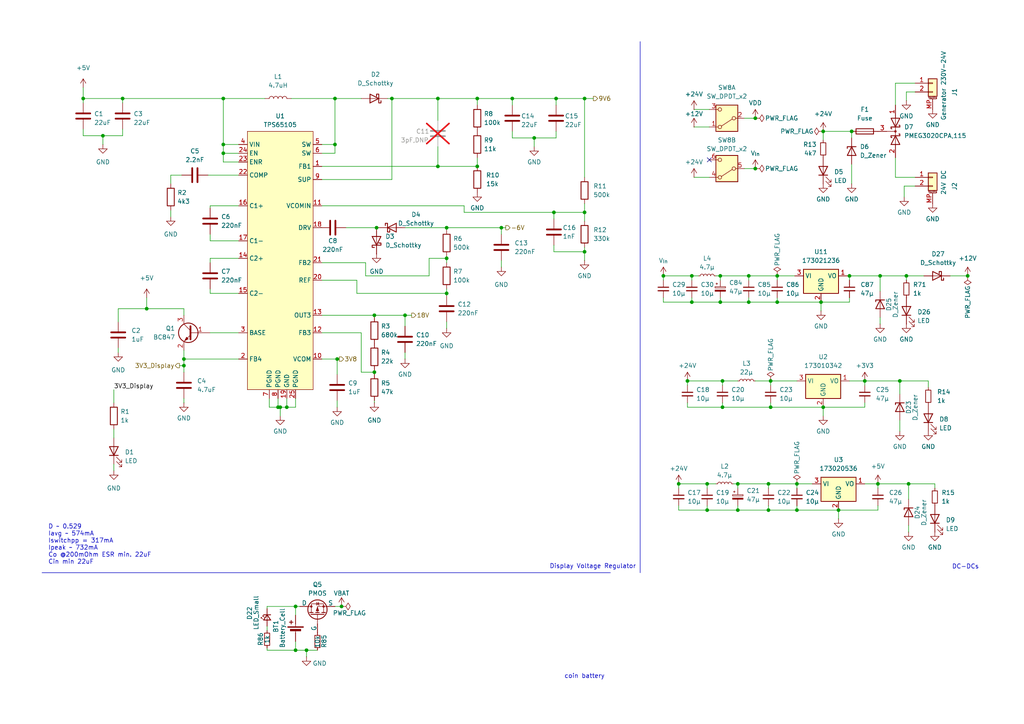
<source format=kicad_sch>
(kicad_sch
	(version 20250114)
	(generator "eeschema")
	(generator_version "9.0")
	(uuid "2e0788da-83c1-4cf9-982c-6e9feead5c48")
	(paper "A4")
	
	(text "Display Voltage Regulator"
		(exclude_from_sim no)
		(at 159.385 165.1 0)
		(effects
			(font
				(size 1.27 1.27)
			)
			(justify left bottom)
		)
		(uuid "1f474138-6b54-4b9f-883a-725cd7720b17")
	)
	(text "coin battery"
		(exclude_from_sim no)
		(at 169.545 196.215 0)
		(effects
			(font
				(size 1.27 1.27)
			)
		)
		(uuid "25ad2388-f90b-4078-a3ae-20a22f0d8887")
	)
	(text "D ~ 0.529\nIavg ~ 574mA\nIswitchpp = 317mA\nIpeak ~ 732mA\nCo @200mOhm ESR min. 22uF\nCin min 22uF"
		(exclude_from_sim no)
		(at 13.97 163.83 0)
		(effects
			(font
				(size 1.27 1.27)
			)
			(justify left bottom)
		)
		(uuid "33680474-88a3-4d9f-8dec-4a0171750541")
	)
	(text "DC-DCs"
		(exclude_from_sim no)
		(at 280.035 164.465 0)
		(effects
			(font
				(size 1.27 1.27)
			)
		)
		(uuid "7ad057ff-b9f7-4de2-9b33-2f1d30784b5b")
	)
	(junction
		(at 238.76 118.11)
		(diameter 0)
		(color 0 0 0 0)
		(uuid "04a24c58-7e9b-45c6-a81c-e6bd761e890c")
	)
	(junction
		(at 213.995 140.335)
		(diameter 0)
		(color 0 0 0 0)
		(uuid "06c0f182-3f01-4df1-8a91-76bc1a17447c")
	)
	(junction
		(at 222.885 147.955)
		(diameter 0)
		(color 0 0 0 0)
		(uuid "0e4f6690-f270-44bf-b823-20877548d9de")
	)
	(junction
		(at 169.545 73.025)
		(diameter 0)
		(color 0 0 0 0)
		(uuid "0eef11e6-76b0-4b3f-aa84-20f8c99ba4f2")
	)
	(junction
		(at 246.38 80.01)
		(diameter 0)
		(color 0 0 0 0)
		(uuid "1089cf66-a55b-4593-a08b-0121cf6f4917")
	)
	(junction
		(at 145.415 66.04)
		(diameter 0)
		(color 0 0 0 0)
		(uuid "111fa979-1c07-45e3-bde0-f5f2517309ef")
	)
	(junction
		(at 231.14 140.335)
		(diameter 0)
		(color 0 0 0 0)
		(uuid "1189832d-f541-4182-85cf-76441db3bde5")
	)
	(junction
		(at 127 28.575)
		(diameter 0)
		(color 0 0 0 0)
		(uuid "15fdf0a2-c1f2-4716-99a1-825076671288")
	)
	(junction
		(at 117.475 91.44)
		(diameter 0)
		(color 0 0 0 0)
		(uuid "1aff85bd-376b-4c3c-a19e-28410c588aa7")
	)
	(junction
		(at 108.585 107.95)
		(diameter 0)
		(color 0 0 0 0)
		(uuid "1b72607b-c177-45f5-ac9f-ed7fa7a64fb1")
	)
	(junction
		(at 85.725 188.595)
		(diameter 0)
		(color 0 0 0 0)
		(uuid "20c6504d-400e-4eff-a489-d6909af33f6c")
	)
	(junction
		(at 238.125 87.63)
		(diameter 0)
		(color 0 0 0 0)
		(uuid "299d0553-c2f1-48ab-8b03-79e4612e80d1")
	)
	(junction
		(at 205.105 140.335)
		(diameter 0)
		(color 0 0 0 0)
		(uuid "2ab8ada9-cf74-4f1d-a11c-ea239d5d2220")
	)
	(junction
		(at 238.76 38.1)
		(diameter 0)
		(color 0 0 0 0)
		(uuid "2d680fee-d381-4b13-af58-d69b1bf4bdaf")
	)
	(junction
		(at 223.52 110.49)
		(diameter 0)
		(color 0 0 0 0)
		(uuid "328351f1-a0f5-490e-9fe1-872dcb80d8e1")
	)
	(junction
		(at 169.545 28.575)
		(diameter 0)
		(color 0 0 0 0)
		(uuid "344e26dd-0ad0-428f-9526-295351b37e18")
	)
	(junction
		(at 138.43 28.575)
		(diameter 0)
		(color 0 0 0 0)
		(uuid "38c66eb7-fe12-4132-87a9-9f307a3d4eb9")
	)
	(junction
		(at 81.28 118.11)
		(diameter 0)
		(color 0 0 0 0)
		(uuid "3ae57a23-66e5-4f6a-9822-261b4ca414ba")
	)
	(junction
		(at 263.525 140.335)
		(diameter 0)
		(color 0 0 0 0)
		(uuid "3c8264dc-f49f-42ef-be70-382f80210034")
	)
	(junction
		(at 85.725 175.895)
		(diameter 0)
		(color 0 0 0 0)
		(uuid "43936ff4-b96c-4a8d-b5ce-a1db0e878645")
	)
	(junction
		(at 250.825 110.49)
		(diameter 0)
		(color 0 0 0 0)
		(uuid "4511e233-f111-4b3a-b25b-163e7713798c")
	)
	(junction
		(at 255.27 80.01)
		(diameter 0)
		(color 0 0 0 0)
		(uuid "49f6b963-2ae5-466f-9dd1-733c8d5966fc")
	)
	(junction
		(at 196.85 140.335)
		(diameter 0)
		(color 0 0 0 0)
		(uuid "4bc96748-d6a3-4db2-a6e8-1cc644e5753e")
	)
	(junction
		(at 53.34 104.14)
		(diameter 0)
		(color 0 0 0 0)
		(uuid "4c879827-91e5-4a71-a78c-ba2af39ff8cc")
	)
	(junction
		(at 217.17 80.01)
		(diameter 0)
		(color 0 0 0 0)
		(uuid "4cfe13dd-b081-4c9d-906a-6f01680f94b0")
	)
	(junction
		(at 208.915 80.01)
		(diameter 0)
		(color 0 0 0 0)
		(uuid "51455744-bbed-43b6-a59c-32da56372349")
	)
	(junction
		(at 217.17 87.63)
		(diameter 0)
		(color 0 0 0 0)
		(uuid "532980df-13f1-4b4f-bd8e-5ecb9afe0252")
	)
	(junction
		(at 219.075 34.29)
		(diameter 0)
		(color 0 0 0 0)
		(uuid "5459eb34-1d7f-448a-af5c-b87b56cfa524")
	)
	(junction
		(at 169.545 61.595)
		(diameter 0)
		(color 0 0 0 0)
		(uuid "54c3dcc4-cce7-4bb6-a629-c4ac709b2919")
	)
	(junction
		(at 231.14 147.955)
		(diameter 0)
		(color 0 0 0 0)
		(uuid "5503c86b-1be4-41d6-9f38-9ec79f8809d0")
	)
	(junction
		(at 113.665 28.575)
		(diameter 0)
		(color 0 0 0 0)
		(uuid "55237c9f-e430-4b71-8e84-61e5fd99e243")
	)
	(junction
		(at 208.915 87.63)
		(diameter 0)
		(color 0 0 0 0)
		(uuid "557c88ca-139e-42e0-9019-6fef3f164702")
	)
	(junction
		(at 280.67 80.01)
		(diameter 0)
		(color 0 0 0 0)
		(uuid "58b5d8e6-59f8-40b1-939c-2a1b276d03aa")
	)
	(junction
		(at 148.59 28.575)
		(diameter 0)
		(color 0 0 0 0)
		(uuid "59a705da-471f-4f1e-bffe-9c85045b320e")
	)
	(junction
		(at 222.885 140.335)
		(diameter 0)
		(color 0 0 0 0)
		(uuid "5a4015f9-032d-4d3d-913c-ef451306a780")
	)
	(junction
		(at 129.54 66.04)
		(diameter 0)
		(color 0 0 0 0)
		(uuid "5a704d20-2eda-4d66-87a0-8bb00c328bcf")
	)
	(junction
		(at 97.155 28.575)
		(diameter 0)
		(color 0 0 0 0)
		(uuid "5b385b3a-0445-40da-869e-baa34c1ab9d3")
	)
	(junction
		(at 262.89 80.01)
		(diameter 0)
		(color 0 0 0 0)
		(uuid "5dacea83-a477-4bdb-aa0d-3e4bb57963fd")
	)
	(junction
		(at 127 48.26)
		(diameter 0)
		(color 0 0 0 0)
		(uuid "5e3c3066-33ae-44aa-90ca-be14e326d06b")
	)
	(junction
		(at 209.55 110.49)
		(diameter 0)
		(color 0 0 0 0)
		(uuid "5fa5e9ea-85ff-4890-b60a-2622461a3342")
	)
	(junction
		(at 223.52 118.11)
		(diameter 0)
		(color 0 0 0 0)
		(uuid "5fa7211d-a933-4aea-bde3-164e64fe3f63")
	)
	(junction
		(at 88.9 188.595)
		(diameter 0)
		(color 0 0 0 0)
		(uuid "617de996-ff36-45ac-8fdb-8c86628df6d3")
	)
	(junction
		(at 209.55 118.11)
		(diameter 0)
		(color 0 0 0 0)
		(uuid "6a04c048-f0f1-48b0-bc1c-71429688fed0")
	)
	(junction
		(at 129.54 85.09)
		(diameter 0)
		(color 0 0 0 0)
		(uuid "7211e033-306c-4f5c-8969-3e6e32dd97c7")
	)
	(junction
		(at 154.94 40.005)
		(diameter 0)
		(color 0 0 0 0)
		(uuid "73010a7a-7a9a-46d9-83be-b5b73168b613")
	)
	(junction
		(at 97.155 41.91)
		(diameter 0)
		(color 0 0 0 0)
		(uuid "7402a9dc-42d2-48a3-b1d2-a3f8321a5335")
	)
	(junction
		(at 260.985 110.49)
		(diameter 0)
		(color 0 0 0 0)
		(uuid "776ec65d-f2e0-4d5f-9af0-f3e9e61482f2")
	)
	(junction
		(at 99.06 175.895)
		(diameter 0)
		(color 0 0 0 0)
		(uuid "7ca129e8-eb3d-4075-88d0-c7d563c0e619")
	)
	(junction
		(at 254.635 140.335)
		(diameter 0)
		(color 0 0 0 0)
		(uuid "852155d9-75fa-4971-882f-601461e6471e")
	)
	(junction
		(at 53.34 106.045)
		(diameter 0)
		(color 0 0 0 0)
		(uuid "880cbe12-459f-4608-8eb4-4562e51e675d")
	)
	(junction
		(at 109.22 66.04)
		(diameter 0)
		(color 0 0 0 0)
		(uuid "8a4a63e0-e849-40f9-91ee-96af092e47fd")
	)
	(junction
		(at 213.995 147.955)
		(diameter 0)
		(color 0 0 0 0)
		(uuid "8b98e2fb-4d6d-4946-a73a-5b44141d0f81")
	)
	(junction
		(at 64.77 41.91)
		(diameter 0)
		(color 0 0 0 0)
		(uuid "8bd06123-3b1f-4075-822e-b7d3ffc7ad6e")
	)
	(junction
		(at 108.585 91.44)
		(diameter 0)
		(color 0 0 0 0)
		(uuid "98259442-0017-4839-bdf1-ccc12bd3d4f7")
	)
	(junction
		(at 24.13 28.575)
		(diameter 0)
		(color 0 0 0 0)
		(uuid "9f6413a3-f858-4400-99b1-ddc817355d01")
	)
	(junction
		(at 225.425 80.01)
		(diameter 0)
		(color 0 0 0 0)
		(uuid "a4e98e08-1f4a-46b7-bbca-8e9366c9c91d")
	)
	(junction
		(at 247.015 38.1)
		(diameter 0)
		(color 0 0 0 0)
		(uuid "a8f9191a-be3c-46ee-88e1-87ee98882e18")
	)
	(junction
		(at 129.54 74.93)
		(diameter 0)
		(color 0 0 0 0)
		(uuid "ac6cee30-b003-4257-a4d2-6306d34acee1")
	)
	(junction
		(at 35.56 28.575)
		(diameter 0)
		(color 0 0 0 0)
		(uuid "acd4fa46-8ba8-4b24-9066-b22d8cf3695d")
	)
	(junction
		(at 29.845 39.37)
		(diameter 0)
		(color 0 0 0 0)
		(uuid "ad197f75-bdb0-4b36-aa2e-000b73036df8")
	)
	(junction
		(at 200.66 87.63)
		(diameter 0)
		(color 0 0 0 0)
		(uuid "b75b5b2a-9e27-4bf9-8689-23fa155af9aa")
	)
	(junction
		(at 205.105 147.955)
		(diameter 0)
		(color 0 0 0 0)
		(uuid "bb8147b5-df2f-4f1f-b47e-d53b75aaa380")
	)
	(junction
		(at 243.205 147.955)
		(diameter 0)
		(color 0 0 0 0)
		(uuid "bde9bff5-32a4-42ae-899d-568ddf240b6b")
	)
	(junction
		(at 64.77 44.45)
		(diameter 0)
		(color 0 0 0 0)
		(uuid "c1c24b44-9fed-402f-8691-27fc96c5a404")
	)
	(junction
		(at 192.405 80.01)
		(diameter 0)
		(color 0 0 0 0)
		(uuid "cc9e3bdf-8a42-4de5-9a80-c904175987a6")
	)
	(junction
		(at 200.66 80.01)
		(diameter 0)
		(color 0 0 0 0)
		(uuid "cfcb68e8-e385-4f5a-a7b3-1c411cdbdeaa")
	)
	(junction
		(at 97.79 104.14)
		(diameter 0)
		(color 0 0 0 0)
		(uuid "d3af76d2-6f6b-4958-8007-465843bcff28")
	)
	(junction
		(at 42.545 89.535)
		(diameter 0)
		(color 0 0 0 0)
		(uuid "e12a7a30-2a13-4e59-a86b-14e9581d754f")
	)
	(junction
		(at 138.43 48.26)
		(diameter 0)
		(color 0 0 0 0)
		(uuid "e164d6d7-daed-4ba2-a4fa-8829f5fa4bf1")
	)
	(junction
		(at 64.77 28.575)
		(diameter 0)
		(color 0 0 0 0)
		(uuid "e2e0303f-2626-44a8-827b-a48f153b57b1")
	)
	(junction
		(at 225.425 87.63)
		(diameter 0)
		(color 0 0 0 0)
		(uuid "e4b24eb3-b346-49e2-a819-64a2594ca11e")
	)
	(junction
		(at 199.39 110.49)
		(diameter 0)
		(color 0 0 0 0)
		(uuid "ea330dce-f339-4a47-abfa-3285e15e9c53")
	)
	(junction
		(at 83.185 118.11)
		(diameter 0)
		(color 0 0 0 0)
		(uuid "eabb1f12-056b-4086-8108-3847910fb0d1")
	)
	(junction
		(at 160.655 61.595)
		(diameter 0)
		(color 0 0 0 0)
		(uuid "eb201b61-3b4a-4eed-b18a-c997c19d7db8")
	)
	(junction
		(at 80.645 118.11)
		(diameter 0)
		(color 0 0 0 0)
		(uuid "eb96f160-0639-40eb-a4cf-f184fd8acebd")
	)
	(junction
		(at 161.29 28.575)
		(diameter 0)
		(color 0 0 0 0)
		(uuid "eecf3a55-a51b-4037-bc03-6c24e0b5c442")
	)
	(junction
		(at 219.075 48.895)
		(diameter 0)
		(color 0 0 0 0)
		(uuid "f74e551a-df87-4e47-9c3f-35a8892572bc")
	)
	(no_connect
		(at 205.74 46.355)
		(uuid "861b016d-7df8-4a53-a5e9-ace0786dbdd1")
	)
	(wire
		(pts
			(xy 108.585 116.84) (xy 108.585 116.205)
		)
		(stroke
			(width 0)
			(type default)
		)
		(uuid "00823f29-0ed6-4b92-afdd-b2458f8bb606")
	)
	(wire
		(pts
			(xy 259.715 51.435) (xy 259.715 45.72)
		)
		(stroke
			(width 0)
			(type default)
		)
		(uuid "01d5c222-f50c-448c-ab1c-ce44f0e6fca5")
	)
	(wire
		(pts
			(xy 262.89 81.28) (xy 262.89 80.01)
		)
		(stroke
			(width 0)
			(type default)
		)
		(uuid "022ef72d-26ea-4f6e-b114-935d51d77c25")
	)
	(wire
		(pts
			(xy 192.405 87.63) (xy 200.66 87.63)
		)
		(stroke
			(width 0)
			(type default)
		)
		(uuid "02e17ae8-d4f4-4bdf-ab71-ecc5bda71e98")
	)
	(wire
		(pts
			(xy 246.38 80.01) (xy 246.38 81.28)
		)
		(stroke
			(width 0)
			(type default)
		)
		(uuid "02e2f1f3-122e-408d-92d2-90f26e2862d9")
	)
	(wire
		(pts
			(xy 263.525 140.335) (xy 254.635 140.335)
		)
		(stroke
			(width 0)
			(type default)
		)
		(uuid "0784bf0b-86f7-4ff9-ac50-b3ba095a2955")
	)
	(wire
		(pts
			(xy 53.34 106.045) (xy 53.34 107.95)
		)
		(stroke
			(width 0)
			(type default)
		)
		(uuid "0799669d-565f-4907-8ed6-4e84a36a826f")
	)
	(wire
		(pts
			(xy 129.54 85.09) (xy 129.54 85.725)
		)
		(stroke
			(width 0)
			(type default)
		)
		(uuid "07ec2872-4565-4fd8-959e-8f2af70ca30b")
	)
	(wire
		(pts
			(xy 49.53 60.96) (xy 49.53 62.865)
		)
		(stroke
			(width 0)
			(type default)
		)
		(uuid "080956e7-576e-44ee-9c9c-360358df7091")
	)
	(wire
		(pts
			(xy 201.295 51.435) (xy 205.74 51.435)
		)
		(stroke
			(width 0)
			(type default)
		)
		(uuid "0852fda2-7237-4b7f-80f6-a7b6ead55ce4")
	)
	(wire
		(pts
			(xy 217.17 87.63) (xy 225.425 87.63)
		)
		(stroke
			(width 0)
			(type default)
		)
		(uuid "08fee6dc-8443-4ffc-a21c-bfad204b568b")
	)
	(wire
		(pts
			(xy 117.475 66.04) (xy 129.54 66.04)
		)
		(stroke
			(width 0)
			(type default)
		)
		(uuid "0a825527-7b27-4b9a-a7f6-00a4872c8489")
	)
	(wire
		(pts
			(xy 103.505 81.28) (xy 103.505 85.09)
		)
		(stroke
			(width 0)
			(type default)
		)
		(uuid "0a831453-75b6-47ab-904c-b600c87ef6b9")
	)
	(wire
		(pts
			(xy 64.77 46.99) (xy 64.77 44.45)
		)
		(stroke
			(width 0)
			(type default)
		)
		(uuid "0ac840e0-b447-402f-b2e4-f37f6065362a")
	)
	(wire
		(pts
			(xy 207.645 80.01) (xy 208.915 80.01)
		)
		(stroke
			(width 0)
			(type default)
		)
		(uuid "0ad63bec-366f-48db-b5cd-745c45371132")
	)
	(wire
		(pts
			(xy 108.585 91.44) (xy 108.585 92.075)
		)
		(stroke
			(width 0)
			(type default)
		)
		(uuid "0b2e23e4-beac-4bd1-be47-6b52b832fb7c")
	)
	(wire
		(pts
			(xy 145.415 66.04) (xy 146.685 66.04)
		)
		(stroke
			(width 0)
			(type default)
		)
		(uuid "0e047021-d1ef-4727-9754-e9dc1692b3ca")
	)
	(wire
		(pts
			(xy 200.66 87.63) (xy 208.915 87.63)
		)
		(stroke
			(width 0)
			(type default)
		)
		(uuid "0ea2b77c-e8b8-40b7-9e39-024a1d4b5c81")
	)
	(wire
		(pts
			(xy 259.715 24.13) (xy 265.43 24.13)
		)
		(stroke
			(width 0)
			(type default)
		)
		(uuid "0f6fedef-d831-419e-8095-bd13e46f06de")
	)
	(wire
		(pts
			(xy 199.39 110.49) (xy 199.39 111.76)
		)
		(stroke
			(width 0)
			(type default)
		)
		(uuid "0fc213a9-8817-48cf-8836-66336aa93cfa")
	)
	(wire
		(pts
			(xy 208.915 86.36) (xy 208.915 87.63)
		)
		(stroke
			(width 0)
			(type default)
		)
		(uuid "1164c59b-b518-410d-82be-1eb68424b5ba")
	)
	(wire
		(pts
			(xy 93.345 91.44) (xy 108.585 91.44)
		)
		(stroke
			(width 0)
			(type default)
		)
		(uuid "163b8def-cacd-4a76-822e-3fb9e29d98bf")
	)
	(wire
		(pts
			(xy 76.835 28.575) (xy 64.77 28.575)
		)
		(stroke
			(width 0)
			(type default)
		)
		(uuid "17ac2bd9-85ec-48d8-b4ea-5c8f921070e6")
	)
	(wire
		(pts
			(xy 33.02 134.62) (xy 33.02 136.525)
		)
		(stroke
			(width 0)
			(type default)
		)
		(uuid "1964f7d3-f983-4af4-9501-c4191a058a6e")
	)
	(wire
		(pts
			(xy 254.635 146.685) (xy 254.635 147.955)
		)
		(stroke
			(width 0)
			(type default)
		)
		(uuid "1b51f0eb-7bb4-40fd-8a18-b2b7c8dece5a")
	)
	(wire
		(pts
			(xy 129.54 66.04) (xy 145.415 66.04)
		)
		(stroke
			(width 0)
			(type default)
		)
		(uuid "1c0e80f2-a924-48f1-b1a4-5e4b60c86556")
	)
	(wire
		(pts
			(xy 199.39 110.49) (xy 209.55 110.49)
		)
		(stroke
			(width 0)
			(type default)
		)
		(uuid "1d87bcf4-7b10-4fa6-b5d8-4a243a3dec00")
	)
	(wire
		(pts
			(xy 254.635 147.955) (xy 243.205 147.955)
		)
		(stroke
			(width 0)
			(type default)
		)
		(uuid "1eae38f9-6fb6-4b12-919c-8df80453afaa")
	)
	(wire
		(pts
			(xy 97.155 44.45) (xy 97.155 41.91)
		)
		(stroke
			(width 0)
			(type default)
		)
		(uuid "1f385b83-cc47-4a50-b4f9-6e8bb1cc4ede")
	)
	(wire
		(pts
			(xy 80.645 115.57) (xy 80.645 118.11)
		)
		(stroke
			(width 0)
			(type default)
		)
		(uuid "221dba15-c87b-4d35-8df1-58681aea5818")
	)
	(wire
		(pts
			(xy 53.34 101.6) (xy 53.34 104.14)
		)
		(stroke
			(width 0)
			(type default)
		)
		(uuid "22da2ddb-ad12-4205-b387-df7f05c0291f")
	)
	(wire
		(pts
			(xy 83.185 118.11) (xy 85.725 118.11)
		)
		(stroke
			(width 0)
			(type default)
		)
		(uuid "23471649-e877-40d3-94d4-eef45059f441")
	)
	(wire
		(pts
			(xy 127 48.26) (xy 138.43 48.26)
		)
		(stroke
			(width 0)
			(type default)
		)
		(uuid "23aaa91e-ce39-4097-bb81-338f8cae24de")
	)
	(wire
		(pts
			(xy 60.96 59.69) (xy 69.215 59.69)
		)
		(stroke
			(width 0)
			(type default)
		)
		(uuid "24c96bfc-e05f-4742-ab89-580e45bdb5bc")
	)
	(wire
		(pts
			(xy 127 42.545) (xy 127 48.26)
		)
		(stroke
			(width 0)
			(type default)
		)
		(uuid "25928ed3-3d8c-4e5f-aa6c-ff9793b22490")
	)
	(wire
		(pts
			(xy 160.655 63.5) (xy 160.655 61.595)
		)
		(stroke
			(width 0)
			(type default)
		)
		(uuid "27933751-b7f1-48c0-9df9-818b6dfc358c")
	)
	(wire
		(pts
			(xy 77.47 182.88) (xy 77.47 181.61)
		)
		(stroke
			(width 0)
			(type default)
		)
		(uuid "27d56523-9cc2-4fdf-8ba4-4ccc85f8ac25")
	)
	(wire
		(pts
			(xy 223.52 118.11) (xy 238.76 118.11)
		)
		(stroke
			(width 0)
			(type default)
		)
		(uuid "27fdb692-1032-457e-a1eb-5217ad52ed2d")
	)
	(wire
		(pts
			(xy 217.17 80.01) (xy 217.17 81.28)
		)
		(stroke
			(width 0)
			(type default)
		)
		(uuid "28e37e95-180d-446b-a77b-72da201c221d")
	)
	(wire
		(pts
			(xy 260.985 114.3) (xy 260.985 110.49)
		)
		(stroke
			(width 0)
			(type default)
		)
		(uuid "2a6da690-b28e-47b3-b9d7-4bdb0d713c0c")
	)
	(wire
		(pts
			(xy 93.345 66.04) (xy 92.71 66.04)
		)
		(stroke
			(width 0)
			(type default)
		)
		(uuid "2aee96eb-356d-44d9-bb29-b019a73320a5")
	)
	(wire
		(pts
			(xy 238.76 38.1) (xy 247.015 38.1)
		)
		(stroke
			(width 0)
			(type default)
		)
		(uuid "2b7b12dd-87cc-4177-b7c0-9d9cf43eb25a")
	)
	(wire
		(pts
			(xy 246.38 110.49) (xy 250.825 110.49)
		)
		(stroke
			(width 0)
			(type default)
		)
		(uuid "2c5e1399-a2da-45ff-9723-90f773008009")
	)
	(wire
		(pts
			(xy 134.62 59.69) (xy 134.62 61.595)
		)
		(stroke
			(width 0)
			(type default)
		)
		(uuid "300ab485-da27-45a6-a497-e273fd765e8c")
	)
	(wire
		(pts
			(xy 250.825 110.49) (xy 250.825 111.76)
		)
		(stroke
			(width 0)
			(type default)
		)
		(uuid "302dd4f2-4a33-462d-8779-06c1161c641e")
	)
	(wire
		(pts
			(xy 192.405 80.01) (xy 200.66 80.01)
		)
		(stroke
			(width 0)
			(type default)
		)
		(uuid "327d0869-9849-4584-bbe7-285f754862a1")
	)
	(wire
		(pts
			(xy 199.39 118.11) (xy 209.55 118.11)
		)
		(stroke
			(width 0)
			(type default)
		)
		(uuid "332369f9-b2c1-4afc-8575-ba8f738f7f55")
	)
	(wire
		(pts
			(xy 196.85 140.335) (xy 196.85 141.605)
		)
		(stroke
			(width 0)
			(type default)
		)
		(uuid "3356ecf4-e784-4cfb-92ad-862b46ff013b")
	)
	(wire
		(pts
			(xy 209.55 110.49) (xy 213.995 110.49)
		)
		(stroke
			(width 0)
			(type default)
		)
		(uuid "3614b7ff-5afc-4028-9773-3f0c7087bc24")
	)
	(wire
		(pts
			(xy 169.545 59.055) (xy 169.545 61.595)
		)
		(stroke
			(width 0)
			(type default)
		)
		(uuid "37617cd5-34d5-4cb1-bc81-6451281932c5")
	)
	(wire
		(pts
			(xy 160.655 73.025) (xy 160.655 71.12)
		)
		(stroke
			(width 0)
			(type default)
		)
		(uuid "38d260f8-76f5-44dd-9720-2a213e915413")
	)
	(wire
		(pts
			(xy 262.89 80.01) (xy 267.97 80.01)
		)
		(stroke
			(width 0)
			(type default)
		)
		(uuid "395a8857-bab2-46f5-bdd1-d360b4d97c44")
	)
	(wire
		(pts
			(xy 88.9 188.595) (xy 92.075 188.595)
		)
		(stroke
			(width 0)
			(type default)
		)
		(uuid "39b8ac3e-6124-4f47-ba62-890e20a27dde")
	)
	(wire
		(pts
			(xy 201.295 36.83) (xy 205.74 36.83)
		)
		(stroke
			(width 0)
			(type default)
		)
		(uuid "3bf3f36d-bca9-4778-b973-b1ddb8638674")
	)
	(wire
		(pts
			(xy 169.545 73.025) (xy 169.545 75.565)
		)
		(stroke
			(width 0)
			(type default)
		)
		(uuid "3c5f13ae-ad87-44f8-b10b-2a06880895da")
	)
	(wire
		(pts
			(xy 85.725 188.595) (xy 88.9 188.595)
		)
		(stroke
			(width 0)
			(type default)
		)
		(uuid "3cf211f2-f4d5-47f7-9bb3-78777d351606")
	)
	(wire
		(pts
			(xy 262.89 80.01) (xy 255.27 80.01)
		)
		(stroke
			(width 0)
			(type default)
		)
		(uuid "3d613838-787c-4c62-b59d-bcd8b02700a5")
	)
	(wire
		(pts
			(xy 53.34 115.57) (xy 53.34 116.84)
		)
		(stroke
			(width 0)
			(type default)
		)
		(uuid "3e5771b7-425e-4cea-8f07-1611dbbbc8c1")
	)
	(wire
		(pts
			(xy 124.46 74.93) (xy 129.54 74.93)
		)
		(stroke
			(width 0)
			(type default)
		)
		(uuid "3ed12c7c-34f2-4e62-a8b5-51abf30d6efa")
	)
	(wire
		(pts
			(xy 81.28 118.11) (xy 83.185 118.11)
		)
		(stroke
			(width 0)
			(type default)
		)
		(uuid "3fa49fd2-5e38-4518-bcaf-7808cb6d4aed")
	)
	(wire
		(pts
			(xy 93.345 81.28) (xy 103.505 81.28)
		)
		(stroke
			(width 0)
			(type default)
		)
		(uuid "3ffad75b-d711-4886-b77c-cec67b83eda9")
	)
	(wire
		(pts
			(xy 145.415 66.04) (xy 145.415 67.945)
		)
		(stroke
			(width 0)
			(type default)
		)
		(uuid "428491b2-7a74-46cd-bdd8-2c392c94f34c")
	)
	(wire
		(pts
			(xy 231.14 147.955) (xy 243.205 147.955)
		)
		(stroke
			(width 0)
			(type default)
		)
		(uuid "44ac89d5-fab8-4881-932b-38f36f429c6a")
	)
	(wire
		(pts
			(xy 24.13 37.465) (xy 24.13 39.37)
		)
		(stroke
			(width 0)
			(type default)
		)
		(uuid "4503344e-d636-487f-aa1d-09061e794e89")
	)
	(wire
		(pts
			(xy 35.56 29.845) (xy 35.56 28.575)
		)
		(stroke
			(width 0)
			(type default)
		)
		(uuid "45f9194a-fefb-4742-9660-7fe8e4d30a8d")
	)
	(wire
		(pts
			(xy 219.075 110.49) (xy 223.52 110.49)
		)
		(stroke
			(width 0)
			(type default)
		)
		(uuid "480bee3c-39e6-407a-89ac-1313197ace6a")
	)
	(wire
		(pts
			(xy 255.27 92.075) (xy 255.27 93.98)
		)
		(stroke
			(width 0)
			(type default)
		)
		(uuid "496104cf-75a9-4f8a-8cde-c4ac22bd0f39")
	)
	(wire
		(pts
			(xy 247.015 47.625) (xy 247.015 53.34)
		)
		(stroke
			(width 0)
			(type default)
		)
		(uuid "4a7cbbdd-5cf8-47cb-b2f7-c1bae73c379c")
	)
	(wire
		(pts
			(xy 53.34 104.14) (xy 53.34 106.045)
		)
		(stroke
			(width 0)
			(type default)
		)
		(uuid "4a9bf28b-3854-4f5d-86aa-f17baa6a09f9")
	)
	(wire
		(pts
			(xy 160.655 61.595) (xy 169.545 61.595)
		)
		(stroke
			(width 0)
			(type default)
		)
		(uuid "4adf77c0-8891-473c-b37b-e31840999359")
	)
	(wire
		(pts
			(xy 93.345 52.07) (xy 113.665 52.07)
		)
		(stroke
			(width 0)
			(type default)
		)
		(uuid "4c41f729-a7aa-477e-a842-37838a2b18f0")
	)
	(wire
		(pts
			(xy 97.79 116.205) (xy 97.79 118.11)
		)
		(stroke
			(width 0)
			(type default)
		)
		(uuid "4d35691e-4f3d-41e8-9a99-c92c22cf42d0")
	)
	(wire
		(pts
			(xy 129.54 74.93) (xy 129.54 76.2)
		)
		(stroke
			(width 0)
			(type default)
		)
		(uuid "4e1213c0-0844-4472-8738-ede19ad5a24e")
	)
	(wire
		(pts
			(xy 24.13 29.845) (xy 24.13 28.575)
		)
		(stroke
			(width 0)
			(type default)
		)
		(uuid "4e66fede-4bd0-4b9c-aa91-1d39619d61f3")
	)
	(wire
		(pts
			(xy 138.43 28.575) (xy 138.43 30.48)
		)
		(stroke
			(width 0)
			(type default)
		)
		(uuid "4e9a23db-c1ec-4e36-98bc-5688e1210cd2")
	)
	(wire
		(pts
			(xy 97.79 104.14) (xy 98.425 104.14)
		)
		(stroke
			(width 0)
			(type default)
		)
		(uuid "5042ffc9-f488-4bd7-bd38-fe064d044d8e")
	)
	(wire
		(pts
			(xy 246.38 87.63) (xy 238.125 87.63)
		)
		(stroke
			(width 0)
			(type default)
		)
		(uuid "5100a936-0db3-4889-b87e-d87c74648fbd")
	)
	(wire
		(pts
			(xy 42.545 86.36) (xy 42.545 89.535)
		)
		(stroke
			(width 0)
			(type default)
		)
		(uuid "51649ea1-af40-4422-810d-cdd7e45b347c")
	)
	(wire
		(pts
			(xy 97.155 175.895) (xy 99.06 175.895)
		)
		(stroke
			(width 0)
			(type default)
		)
		(uuid "53698d79-18f6-479d-8a5a-164d3c4c084d")
	)
	(wire
		(pts
			(xy 60.96 96.52) (xy 69.215 96.52)
		)
		(stroke
			(width 0)
			(type default)
		)
		(uuid "54264b9f-8dba-4eb3-9bf5-e99612feb0a4")
	)
	(wire
		(pts
			(xy 200.66 86.36) (xy 200.66 87.63)
		)
		(stroke
			(width 0)
			(type default)
		)
		(uuid "54851863-98c8-4982-9959-a62775c2b536")
	)
	(wire
		(pts
			(xy 217.17 86.36) (xy 217.17 87.63)
		)
		(stroke
			(width 0)
			(type default)
		)
		(uuid "54e92586-c85c-4815-bfc5-0af966df9e58")
	)
	(wire
		(pts
			(xy 83.185 115.57) (xy 83.185 118.11)
		)
		(stroke
			(width 0)
			(type default)
		)
		(uuid "55e01c7c-916c-475f-be83-ee46860b0f12")
	)
	(wire
		(pts
			(xy 85.725 175.895) (xy 86.995 175.895)
		)
		(stroke
			(width 0)
			(type default)
		)
		(uuid "589ef9bb-044d-4921-b68f-8976557c9f44")
	)
	(wire
		(pts
			(xy 246.38 86.36) (xy 246.38 87.63)
		)
		(stroke
			(width 0)
			(type default)
		)
		(uuid "58b057f8-443b-4581-af4e-448aab2ff407")
	)
	(wire
		(pts
			(xy 243.205 147.955) (xy 243.205 150.495)
		)
		(stroke
			(width 0)
			(type default)
		)
		(uuid "59e0d06b-cd48-45c4-a673-afeae9475e71")
	)
	(wire
		(pts
			(xy 223.52 110.49) (xy 231.14 110.49)
		)
		(stroke
			(width 0)
			(type default)
		)
		(uuid "5a092afa-26ce-4acf-9da0-d2d8700de100")
	)
	(wire
		(pts
			(xy 212.725 140.335) (xy 213.995 140.335)
		)
		(stroke
			(width 0)
			(type default)
		)
		(uuid "5ac9dccd-b877-4c45-9b87-2745bb154a56")
	)
	(wire
		(pts
			(xy 77.47 187.96) (xy 77.47 188.595)
		)
		(stroke
			(width 0)
			(type default)
		)
		(uuid "5b63b692-fa0f-4806-8867-ac320db62bc8")
	)
	(wire
		(pts
			(xy 208.915 80.01) (xy 217.17 80.01)
		)
		(stroke
			(width 0)
			(type default)
		)
		(uuid "5da2f422-4112-480b-aaa5-5456c4db5bab")
	)
	(wire
		(pts
			(xy 231.14 140.335) (xy 231.14 141.605)
		)
		(stroke
			(width 0)
			(type default)
		)
		(uuid "5ea3e315-df2f-48a8-96ed-2eaa15b323b6")
	)
	(wire
		(pts
			(xy 60.325 50.8) (xy 69.215 50.8)
		)
		(stroke
			(width 0)
			(type default)
		)
		(uuid "617ebabc-9728-49d9-9e00-efeb649c11f6")
	)
	(wire
		(pts
			(xy 77.47 175.895) (xy 85.725 175.895)
		)
		(stroke
			(width 0)
			(type default)
		)
		(uuid "64e33007-1f91-4727-b2da-f7f185fcf927")
	)
	(wire
		(pts
			(xy 77.47 176.53) (xy 77.47 175.895)
		)
		(stroke
			(width 0)
			(type default)
		)
		(uuid "66623c41-9249-4d0f-a773-aef151785949")
	)
	(wire
		(pts
			(xy 231.14 146.685) (xy 231.14 147.955)
		)
		(stroke
			(width 0)
			(type default)
		)
		(uuid "667d36d3-48b8-4b44-b1fa-ee04e1f5c87d")
	)
	(wire
		(pts
			(xy 60.96 74.93) (xy 69.215 74.93)
		)
		(stroke
			(width 0)
			(type default)
		)
		(uuid "66b80e20-c5b1-452c-9103-9af133e4d706")
	)
	(wire
		(pts
			(xy 108.585 107.95) (xy 104.775 107.95)
		)
		(stroke
			(width 0)
			(type default)
		)
		(uuid "67b76565-5e98-4729-99f3-4273774598b5")
	)
	(wire
		(pts
			(xy 49.53 50.8) (xy 49.53 53.34)
		)
		(stroke
			(width 0)
			(type default)
		)
		(uuid "68479ddf-a13d-466d-a3dd-c310eda8a653")
	)
	(wire
		(pts
			(xy 148.59 38.1) (xy 148.59 40.005)
		)
		(stroke
			(width 0)
			(type default)
		)
		(uuid "6c2b85b8-c251-4011-a20c-e9d26d6c48a3")
	)
	(wire
		(pts
			(xy 60.96 60.325) (xy 60.96 59.69)
		)
		(stroke
			(width 0)
			(type default)
		)
		(uuid "6dbbb99c-db6b-4ccc-b564-a41e646c330c")
	)
	(wire
		(pts
			(xy 69.215 41.91) (xy 64.77 41.91)
		)
		(stroke
			(width 0)
			(type default)
		)
		(uuid "6e623211-e1cd-4bb0-8c65-12b92a48f710")
	)
	(wire
		(pts
			(xy 208.915 80.01) (xy 208.915 81.28)
		)
		(stroke
			(width 0)
			(type default)
		)
		(uuid "6f730d1c-9b3a-40bd-9ef6-9792ca0e8aed")
	)
	(wire
		(pts
			(xy 93.345 44.45) (xy 97.155 44.45)
		)
		(stroke
			(width 0)
			(type default)
		)
		(uuid "701e3aab-ec5b-4755-bb01-b828558ba117")
	)
	(wire
		(pts
			(xy 209.55 116.84) (xy 209.55 118.11)
		)
		(stroke
			(width 0)
			(type default)
		)
		(uuid "70876b54-5088-4016-b2c6-b9cdcb757352")
	)
	(wire
		(pts
			(xy 223.52 110.49) (xy 223.52 111.76)
		)
		(stroke
			(width 0)
			(type default)
		)
		(uuid "712cf10d-3255-4a39-896b-4c3e9382c6bb")
	)
	(wire
		(pts
			(xy 64.77 41.91) (xy 64.77 44.45)
		)
		(stroke
			(width 0)
			(type default)
		)
		(uuid "73f9ed79-636c-4d16-b0ba-9b534cedcbd4")
	)
	(wire
		(pts
			(xy 208.915 87.63) (xy 217.17 87.63)
		)
		(stroke
			(width 0)
			(type default)
		)
		(uuid "75478ddb-1552-494a-86fc-42322ee3b716")
	)
	(wire
		(pts
			(xy 113.665 52.07) (xy 113.665 28.575)
		)
		(stroke
			(width 0)
			(type default)
		)
		(uuid "75501156-2b60-4ebc-abfc-4b7c0bc99d2c")
	)
	(wire
		(pts
			(xy 97.79 104.14) (xy 93.345 104.14)
		)
		(stroke
			(width 0)
			(type default)
		)
		(uuid "773e3727-396a-430f-829a-1968126d4e63")
	)
	(wire
		(pts
			(xy 161.29 28.575) (xy 161.29 30.48)
		)
		(stroke
			(width 0)
			(type default)
		)
		(uuid "77434a9a-e97c-4f9b-8efa-a7dc56aa4462")
	)
	(wire
		(pts
			(xy 222.885 140.335) (xy 231.14 140.335)
		)
		(stroke
			(width 0)
			(type default)
		)
		(uuid "77962264-d713-4ddf-a55d-58dc53a2553c")
	)
	(wire
		(pts
			(xy 238.76 118.11) (xy 238.76 120.65)
		)
		(stroke
			(width 0)
			(type default)
		)
		(uuid "79e771bd-867c-48d0-9c84-c44a0cc2997a")
	)
	(wire
		(pts
			(xy 60.96 85.09) (xy 60.96 83.82)
		)
		(stroke
			(width 0)
			(type default)
		)
		(uuid "7a908a54-37ff-4256-af3c-d37a3211a15b")
	)
	(wire
		(pts
			(xy 148.59 28.575) (xy 148.59 30.48)
		)
		(stroke
			(width 0)
			(type default)
		)
		(uuid "7cbe0ff7-148d-4655-918d-3fd6cb63e2aa")
	)
	(wire
		(pts
			(xy 222.885 147.955) (xy 231.14 147.955)
		)
		(stroke
			(width 0)
			(type default)
		)
		(uuid "7cd4b97d-4582-43af-aca8-950338b402d8")
	)
	(wire
		(pts
			(xy 254.635 140.335) (xy 254.635 141.605)
		)
		(stroke
			(width 0)
			(type default)
		)
		(uuid "7d05d595-c664-446c-899f-b00e20cb5d7c")
	)
	(wire
		(pts
			(xy 24.13 28.575) (xy 35.56 28.575)
		)
		(stroke
			(width 0)
			(type default)
		)
		(uuid "822293f7-6596-4b27-8151-6d886cf56857")
	)
	(wire
		(pts
			(xy 238.125 87.63) (xy 238.125 90.17)
		)
		(stroke
			(width 0)
			(type default)
		)
		(uuid "864fed1c-eda1-4cb4-a286-ea2d38c2f9a6")
	)
	(wire
		(pts
			(xy 69.215 85.09) (xy 60.96 85.09)
		)
		(stroke
			(width 0)
			(type default)
		)
		(uuid "86f78524-9a71-4576-a34f-c214cf02f681")
	)
	(wire
		(pts
			(xy 265.43 51.435) (xy 259.715 51.435)
		)
		(stroke
			(width 0)
			(type default)
		)
		(uuid "87012fd7-8a04-4de3-b126-2893f3235d87")
	)
	(wire
		(pts
			(xy 161.29 40.005) (xy 161.29 38.1)
		)
		(stroke
			(width 0)
			(type default)
		)
		(uuid "873732d0-bc89-4cd2-80b5-b67e8ac37788")
	)
	(wire
		(pts
			(xy 97.79 108.585) (xy 97.79 104.14)
		)
		(stroke
			(width 0)
			(type default)
		)
		(uuid "8798140f-a61d-4399-a02f-340a61efc57d")
	)
	(wire
		(pts
			(xy 129.54 74.295) (xy 129.54 74.93)
		)
		(stroke
			(width 0)
			(type default)
		)
		(uuid "88f13fe5-ddc3-4a21-b5bb-3f329bf29ec0")
	)
	(wire
		(pts
			(xy 169.545 61.595) (xy 169.545 64.135)
		)
		(stroke
			(width 0)
			(type default)
		)
		(uuid "897704ad-d967-4d2d-8238-9398ddfd04e8")
	)
	(wire
		(pts
			(xy 129.54 93.345) (xy 129.54 95.25)
		)
		(stroke
			(width 0)
			(type default)
		)
		(uuid "89de10db-0bda-4bc4-9a11-7f45b3fef9be")
	)
	(wire
		(pts
			(xy 213.995 147.955) (xy 222.885 147.955)
		)
		(stroke
			(width 0)
			(type default)
		)
		(uuid "8a27771f-2b91-4f3b-9898-b82752fb21fc")
	)
	(wire
		(pts
			(xy 69.215 69.85) (xy 60.96 69.85)
		)
		(stroke
			(width 0)
			(type default)
		)
		(uuid "8a8dc90e-ea11-473f-9e5a-ccd56726e7dd")
	)
	(wire
		(pts
			(xy 215.9 48.895) (xy 219.075 48.895)
		)
		(stroke
			(width 0)
			(type default)
		)
		(uuid "8aae364e-1e01-4bbd-9f18-cefdb2d017ec")
	)
	(wire
		(pts
			(xy 69.215 46.99) (xy 64.77 46.99)
		)
		(stroke
			(width 0)
			(type default)
		)
		(uuid "8acd4fdb-7a63-49b9-921f-6a3c041e95ba")
	)
	(wire
		(pts
			(xy 225.425 80.01) (xy 230.505 80.01)
		)
		(stroke
			(width 0)
			(type default)
		)
		(uuid "8ad252e2-9972-489d-806c-96491216bf04")
	)
	(wire
		(pts
			(xy 271.145 141.605) (xy 271.145 140.335)
		)
		(stroke
			(width 0)
			(type default)
		)
		(uuid "8cc7a730-cb1f-4afb-b5f0-1c9155a349c3")
	)
	(wire
		(pts
			(xy 78.105 118.11) (xy 78.105 115.57)
		)
		(stroke
			(width 0)
			(type default)
		)
		(uuid "8d1114c9-b33d-4f1b-8db3-570129fb19cf")
	)
	(wire
		(pts
			(xy 34.29 100.965) (xy 34.29 102.235)
		)
		(stroke
			(width 0)
			(type default)
		)
		(uuid "8d604371-f602-4f10-8f7d-d7976b912214")
	)
	(wire
		(pts
			(xy 169.545 28.575) (xy 172.085 28.575)
		)
		(stroke
			(width 0)
			(type default)
		)
		(uuid "8df34f58-b9bf-4d62-a0cb-39cfca58113f")
	)
	(wire
		(pts
			(xy 85.725 118.11) (xy 85.725 115.57)
		)
		(stroke
			(width 0)
			(type default)
		)
		(uuid "8e4e0ab3-c78b-4d6b-83be-d326c20004d9")
	)
	(wire
		(pts
			(xy 84.455 28.575) (xy 97.155 28.575)
		)
		(stroke
			(width 0)
			(type default)
		)
		(uuid "8f7a9dab-1d18-4219-bf90-07989e70b3dd")
	)
	(wire
		(pts
			(xy 29.845 41.91) (xy 29.845 39.37)
		)
		(stroke
			(width 0)
			(type default)
		)
		(uuid "8f94857f-a4c9-4bf8-9272-ba853141078a")
	)
	(wire
		(pts
			(xy 52.07 106.045) (xy 53.34 106.045)
		)
		(stroke
			(width 0)
			(type default)
		)
		(uuid "94aa258d-f4ad-427f-ba76-7fd9489e4b20")
	)
	(wire
		(pts
			(xy 205.105 140.335) (xy 207.645 140.335)
		)
		(stroke
			(width 0)
			(type default)
		)
		(uuid "94d921d1-88bd-4867-aa9a-cdede2375614")
	)
	(wire
		(pts
			(xy 269.24 110.49) (xy 269.24 112.395)
		)
		(stroke
			(width 0)
			(type default)
		)
		(uuid "95893931-4d8b-48f4-8eaf-9bb7542167a4")
	)
	(wire
		(pts
			(xy 196.85 146.685) (xy 196.85 147.955)
		)
		(stroke
			(width 0)
			(type default)
		)
		(uuid "95e44266-98b9-465d-997c-8e65b0c3d557")
	)
	(wire
		(pts
			(xy 196.85 147.955) (xy 205.105 147.955)
		)
		(stroke
			(width 0)
			(type default)
		)
		(uuid "95ef0836-fe34-4f04-a9c1-a920779ba8c0")
	)
	(wire
		(pts
			(xy 108.585 108.585) (xy 108.585 107.95)
		)
		(stroke
			(width 0)
			(type default)
		)
		(uuid "970a99e0-31e3-4de1-81ad-1ede59357925")
	)
	(wire
		(pts
			(xy 100.33 66.04) (xy 109.22 66.04)
		)
		(stroke
			(width 0)
			(type default)
		)
		(uuid "97431ce8-64bf-4192-aad3-405003b70cfe")
	)
	(wire
		(pts
			(xy 93.345 96.52) (xy 104.775 96.52)
		)
		(stroke
			(width 0)
			(type default)
		)
		(uuid "9a9225e3-868c-4477-b879-f49bba58cc6e")
	)
	(wire
		(pts
			(xy 205.105 140.335) (xy 205.105 141.605)
		)
		(stroke
			(width 0)
			(type default)
		)
		(uuid "9bc2d68c-2a43-4c1e-b669-9820a12d7c87")
	)
	(wire
		(pts
			(xy 263.525 140.335) (xy 263.525 144.78)
		)
		(stroke
			(width 0)
			(type default)
		)
		(uuid "9bcf0a06-4888-4356-b3d2-3fd418e204d3")
	)
	(wire
		(pts
			(xy 196.85 140.335) (xy 205.105 140.335)
		)
		(stroke
			(width 0)
			(type default)
		)
		(uuid "9be69bc9-acb1-4f03-83ec-e3780facc1a4")
	)
	(wire
		(pts
			(xy 222.885 140.335) (xy 222.885 141.605)
		)
		(stroke
			(width 0)
			(type default)
		)
		(uuid "9c20c29c-79a9-4227-bc95-44d50437e955")
	)
	(wire
		(pts
			(xy 34.29 89.535) (xy 42.545 89.535)
		)
		(stroke
			(width 0)
			(type default)
		)
		(uuid "9c740c80-d003-43c1-8383-19f33549312b")
	)
	(wire
		(pts
			(xy 129.54 83.82) (xy 129.54 85.09)
		)
		(stroke
			(width 0)
			(type default)
		)
		(uuid "9cdd0481-4694-4c64-b4e1-2ac7094da946")
	)
	(wire
		(pts
			(xy 138.43 45.72) (xy 138.43 48.26)
		)
		(stroke
			(width 0)
			(type default)
		)
		(uuid "9d3a9fba-99dc-4dfe-9ad9-da65da83c5c1")
	)
	(wire
		(pts
			(xy 106.045 80.01) (xy 106.045 76.2)
		)
		(stroke
			(width 0)
			(type default)
		)
		(uuid "9d439632-2771-4b13-b38a-61e86e6e924f")
	)
	(wire
		(pts
			(xy 213.995 146.685) (xy 213.995 147.955)
		)
		(stroke
			(width 0)
			(type default)
		)
		(uuid "9d9a9931-bf71-46df-845b-1ed3d2f68e2f")
	)
	(wire
		(pts
			(xy 213.995 140.335) (xy 222.885 140.335)
		)
		(stroke
			(width 0)
			(type default)
		)
		(uuid "9fb78350-b05c-4e18-96f6-8b518da4b61f")
	)
	(wire
		(pts
			(xy 106.045 76.2) (xy 93.345 76.2)
		)
		(stroke
			(width 0)
			(type default)
		)
		(uuid "a05d54da-1a6c-4acd-a749-c01660a4d3b6")
	)
	(wire
		(pts
			(xy 124.46 80.01) (xy 124.46 74.93)
		)
		(stroke
			(width 0)
			(type default)
		)
		(uuid "a1984b4c-5b68-46d4-a8e4-51bc343bb260")
	)
	(wire
		(pts
			(xy 259.715 30.48) (xy 259.715 24.13)
		)
		(stroke
			(width 0)
			(type default)
		)
		(uuid "a39b8dc8-c08e-44c0-8768-dc719002f971")
	)
	(wire
		(pts
			(xy 97.155 41.91) (xy 93.345 41.91)
		)
		(stroke
			(width 0)
			(type default)
		)
		(uuid "a5562132-55e5-411a-9528-caffe9817d7d")
	)
	(wire
		(pts
			(xy 225.425 80.01) (xy 225.425 81.28)
		)
		(stroke
			(width 0)
			(type default)
		)
		(uuid "a762a4a1-1582-4db7-81bb-1996f59b8c26")
	)
	(wire
		(pts
			(xy 262.89 26.67) (xy 262.89 29.21)
		)
		(stroke
			(width 0)
			(type default)
		)
		(uuid "a7f0cf95-7834-4685-a120-283baf2b87ae")
	)
	(wire
		(pts
			(xy 106.045 80.01) (xy 124.46 80.01)
		)
		(stroke
			(width 0)
			(type default)
		)
		(uuid "a96e3a21-d86c-4df1-b585-ee9dec563426")
	)
	(wire
		(pts
			(xy 33.02 113.03) (xy 33.02 116.84)
		)
		(stroke
			(width 0)
			(type default)
		)
		(uuid "aab218ca-ce2c-4b98-83a0-97efcbb0006d")
	)
	(wire
		(pts
			(xy 200.66 80.01) (xy 200.66 81.28)
		)
		(stroke
			(width 0)
			(type default)
		)
		(uuid "abd50447-812f-4fc5-8538-b5e125f27363")
	)
	(wire
		(pts
			(xy 148.59 40.005) (xy 154.94 40.005)
		)
		(stroke
			(width 0)
			(type default)
		)
		(uuid "acec78fd-e646-411b-8f62-e327bba793f7")
	)
	(wire
		(pts
			(xy 29.845 39.37) (xy 35.56 39.37)
		)
		(stroke
			(width 0)
			(type default)
		)
		(uuid "af2c11c8-4e61-4a43-b9bd-255560152aa5")
	)
	(wire
		(pts
			(xy 225.425 87.63) (xy 238.125 87.63)
		)
		(stroke
			(width 0)
			(type default)
		)
		(uuid "b07f7350-bcdb-4c11-a414-c0ebb91d6920")
	)
	(wire
		(pts
			(xy 217.17 80.01) (xy 225.425 80.01)
		)
		(stroke
			(width 0)
			(type default)
		)
		(uuid "b08e3c07-5c32-4e24-ac3b-45ed7fd72f0c")
	)
	(wire
		(pts
			(xy 97.155 28.575) (xy 104.775 28.575)
		)
		(stroke
			(width 0)
			(type default)
		)
		(uuid "b2b598d9-ea54-46c4-b198-2854c3ae0964")
	)
	(wire
		(pts
			(xy 209.55 110.49) (xy 209.55 111.76)
		)
		(stroke
			(width 0)
			(type default)
		)
		(uuid "b2d7c7f2-a0f2-4a7b-bd44-25162625cc2c")
	)
	(wire
		(pts
			(xy 247.015 38.1) (xy 247.015 40.005)
		)
		(stroke
			(width 0)
			(type default)
		)
		(uuid "b3813dc4-8c4a-4fe6-b246-060421727897")
	)
	(wire
		(pts
			(xy 88.9 188.595) (xy 88.9 190.5)
		)
		(stroke
			(width 0)
			(type default)
		)
		(uuid "b3d3e09c-e85f-499c-97c0-0f84eb4ac95e")
	)
	(wire
		(pts
			(xy 129.54 66.04) (xy 129.54 66.675)
		)
		(stroke
			(width 0)
			(type default)
		)
		(uuid "b538a79f-8301-447f-8982-b1cd5d0d1e7d")
	)
	(wire
		(pts
			(xy 108.585 91.44) (xy 117.475 91.44)
		)
		(stroke
			(width 0)
			(type default)
		)
		(uuid "b676435c-79cb-4022-8da4-17b481badd24")
	)
	(wire
		(pts
			(xy 127 28.575) (xy 127 34.925)
		)
		(stroke
			(width 0)
			(type default)
		)
		(uuid "baa475f9-fa32-498d-8dda-150b6afbd67e")
	)
	(wire
		(pts
			(xy 35.56 28.575) (xy 64.77 28.575)
		)
		(stroke
			(width 0)
			(type default)
		)
		(uuid "bbf18ba4-6465-468f-b6dd-87ab34d93271")
	)
	(wire
		(pts
			(xy 200.66 80.01) (xy 202.565 80.01)
		)
		(stroke
			(width 0)
			(type default)
		)
		(uuid "bc19484e-4ca3-4fc9-afdf-f347f85206fc")
	)
	(wire
		(pts
			(xy 112.395 28.575) (xy 113.665 28.575)
		)
		(stroke
			(width 0)
			(type default)
		)
		(uuid "bc8311a1-3370-43fe-b5ef-6453093ce15f")
	)
	(wire
		(pts
			(xy 154.94 40.005) (xy 161.29 40.005)
		)
		(stroke
			(width 0)
			(type default)
		)
		(uuid "bd3455f2-827a-4e80-8a9e-1601cfc6760c")
	)
	(wire
		(pts
			(xy 109.22 66.04) (xy 109.855 66.04)
		)
		(stroke
			(width 0)
			(type default)
		)
		(uuid "be7b5ac7-c4df-4e35-8db8-1e84491169a5")
	)
	(wire
		(pts
			(xy 85.725 186.055) (xy 85.725 188.595)
		)
		(stroke
			(width 0)
			(type default)
		)
		(uuid "beb32877-271f-4035-97c5-19812f4244eb")
	)
	(wire
		(pts
			(xy 201.295 31.75) (xy 205.74 31.75)
		)
		(stroke
			(width 0)
			(type default)
		)
		(uuid "bf10cab1-2a20-4c6c-91de-1435a73ab1bc")
	)
	(wire
		(pts
			(xy 262.89 26.67) (xy 265.43 26.67)
		)
		(stroke
			(width 0)
			(type default)
		)
		(uuid "bfc00bab-747c-45e0-907d-9561bb4e313e")
	)
	(wire
		(pts
			(xy 215.9 34.29) (xy 219.075 34.29)
		)
		(stroke
			(width 0)
			(type default)
		)
		(uuid "c07b045f-8681-4a1b-b824-ddf7c652013d")
	)
	(wire
		(pts
			(xy 64.77 44.45) (xy 69.215 44.45)
		)
		(stroke
			(width 0)
			(type default)
		)
		(uuid "c23f76b7-d61d-429f-bc58-6bc1546c1ccb")
	)
	(wire
		(pts
			(xy 192.405 86.36) (xy 192.405 87.63)
		)
		(stroke
			(width 0)
			(type default)
		)
		(uuid "c2c37320-2ab3-46a1-b924-3a1aced6e3a5")
	)
	(wire
		(pts
			(xy 53.34 89.535) (xy 53.34 91.44)
		)
		(stroke
			(width 0)
			(type default)
		)
		(uuid "c47a81a0-8572-4817-a997-173ded2bc84a")
	)
	(wire
		(pts
			(xy 271.145 140.335) (xy 263.525 140.335)
		)
		(stroke
			(width 0)
			(type default)
		)
		(uuid "c59dbc7a-b859-4042-9256-e6a6bf255f15")
	)
	(wire
		(pts
			(xy 108.585 107.315) (xy 108.585 107.95)
		)
		(stroke
			(width 0)
			(type default)
		)
		(uuid "c5b28477-e348-4d17-adbc-906b53af3b9f")
	)
	(wire
		(pts
			(xy 104.775 107.95) (xy 104.775 96.52)
		)
		(stroke
			(width 0)
			(type default)
		)
		(uuid "c600e4a2-59ff-4eb3-b3aa-d29d8905aa43")
	)
	(wire
		(pts
			(xy 97.155 28.575) (xy 97.155 41.91)
		)
		(stroke
			(width 0)
			(type default)
		)
		(uuid "c675f9b7-362f-4a6a-a14c-49ef3e58fba4")
	)
	(wire
		(pts
			(xy 117.475 91.44) (xy 119.38 91.44)
		)
		(stroke
			(width 0)
			(type default)
		)
		(uuid "c70e0b07-9a0c-4e2c-9423-68f7c0d295ad")
	)
	(wire
		(pts
			(xy 250.825 110.49) (xy 260.985 110.49)
		)
		(stroke
			(width 0)
			(type default)
		)
		(uuid "c8eb0a01-a5f3-4654-b85b-a5461307816c")
	)
	(wire
		(pts
			(xy 209.55 118.11) (xy 223.52 118.11)
		)
		(stroke
			(width 0)
			(type default)
		)
		(uuid "c9b5c6a6-7840-45f7-bf7c-939b5fec923a")
	)
	(wire
		(pts
			(xy 85.725 178.435) (xy 85.725 175.895)
		)
		(stroke
			(width 0)
			(type default)
		)
		(uuid "c9fabf92-e942-450e-bd8a-a61b346dccc9")
	)
	(wire
		(pts
			(xy 78.105 118.11) (xy 80.645 118.11)
		)
		(stroke
			(width 0)
			(type default)
		)
		(uuid "ca2317ec-4f7e-4a1e-bc9b-1f482c5c144b")
	)
	(wire
		(pts
			(xy 192.405 80.01) (xy 192.405 81.28)
		)
		(stroke
			(width 0)
			(type default)
		)
		(uuid "cad793db-3dcf-4e36-b4f1-10fc01efd568")
	)
	(wire
		(pts
			(xy 260.985 110.49) (xy 269.24 110.49)
		)
		(stroke
			(width 0)
			(type default)
		)
		(uuid "cb2dec36-dee2-436c-adae-4bda83760f08")
	)
	(wire
		(pts
			(xy 250.825 140.335) (xy 254.635 140.335)
		)
		(stroke
			(width 0)
			(type default)
		)
		(uuid "cc004d13-9add-4e97-845e-3e804265ffd2")
	)
	(wire
		(pts
			(xy 154.94 40.005) (xy 154.94 42.545)
		)
		(stroke
			(width 0)
			(type default)
		)
		(uuid "cd8f7551-eedf-4227-89f0-a423ee0b9dc0")
	)
	(wire
		(pts
			(xy 117.475 94.615) (xy 117.475 91.44)
		)
		(stroke
			(width 0)
			(type default)
		)
		(uuid "cea8c313-f55b-4706-a4ce-a07406514fc9")
	)
	(wire
		(pts
			(xy 213.995 140.335) (xy 213.995 141.605)
		)
		(stroke
			(width 0)
			(type default)
		)
		(uuid "ceea175b-8c86-4dc4-ad65-8552da28bb49")
	)
	(wire
		(pts
			(xy 199.39 116.84) (xy 199.39 118.11)
		)
		(stroke
			(width 0)
			(type default)
		)
		(uuid "cf976ad3-d5e8-44a1-ad25-e1f1375f850a")
	)
	(wire
		(pts
			(xy 205.105 146.685) (xy 205.105 147.955)
		)
		(stroke
			(width 0)
			(type default)
		)
		(uuid "d068cbbe-b30f-4096-855c-e4e765fdfc8b")
	)
	(wire
		(pts
			(xy 225.425 86.36) (xy 225.425 87.63)
		)
		(stroke
			(width 0)
			(type default)
		)
		(uuid "d1086748-38f5-4190-b923-872307de8e62")
	)
	(wire
		(pts
			(xy 222.885 146.685) (xy 222.885 147.955)
		)
		(stroke
			(width 0)
			(type default)
		)
		(uuid "d110e9db-9250-42b3-a3d7-2377030b6281")
	)
	(wire
		(pts
			(xy 262.255 53.975) (xy 262.255 57.15)
		)
		(stroke
			(width 0)
			(type default)
		)
		(uuid "d2ab178a-c830-41e7-8c74-ec1e72641c87")
	)
	(wire
		(pts
			(xy 238.76 40.64) (xy 238.76 38.1)
		)
		(stroke
			(width 0)
			(type default)
		)
		(uuid "d2c8035f-dd0f-43b4-85c2-ab9a349eff76")
	)
	(wire
		(pts
			(xy 169.545 73.025) (xy 160.655 73.025)
		)
		(stroke
			(width 0)
			(type default)
		)
		(uuid "d2e88e99-690a-4d37-99f2-7f9516b6f326")
	)
	(wire
		(pts
			(xy 64.77 28.575) (xy 64.77 41.91)
		)
		(stroke
			(width 0)
			(type default)
		)
		(uuid "d376277c-cae2-496d-994b-ae4810aed1c1")
	)
	(wire
		(pts
			(xy 223.52 116.84) (xy 223.52 118.11)
		)
		(stroke
			(width 0)
			(type default)
		)
		(uuid "d3daa0a2-e9bd-4444-ad66-cea4cd3ca5d7")
	)
	(wire
		(pts
			(xy 33.02 124.46) (xy 33.02 127)
		)
		(stroke
			(width 0)
			(type default)
		)
		(uuid "d4161612-fd40-48fe-a351-00b7e4adcfbe")
	)
	(wire
		(pts
			(xy 134.62 61.595) (xy 160.655 61.595)
		)
		(stroke
			(width 0)
			(type default)
		)
		(uuid "d5ceb0ee-59a6-4a5b-8b20-e84781423f12")
	)
	(wire
		(pts
			(xy 24.13 39.37) (xy 29.845 39.37)
		)
		(stroke
			(width 0)
			(type default)
		)
		(uuid "d61a543b-9dcd-435b-b998-d906143230cf")
	)
	(wire
		(pts
			(xy 161.29 28.575) (xy 169.545 28.575)
		)
		(stroke
			(width 0)
			(type default)
		)
		(uuid "d67cfc73-2f37-43f5-b169-e6f6da32e183")
	)
	(wire
		(pts
			(xy 169.545 51.435) (xy 169.545 28.575)
		)
		(stroke
			(width 0)
			(type default)
		)
		(uuid "d6da516f-31eb-472e-8e11-fc8eaed560bd")
	)
	(wire
		(pts
			(xy 148.59 28.575) (xy 161.29 28.575)
		)
		(stroke
			(width 0)
			(type default)
		)
		(uuid "dae4dbc5-c03c-4d68-8b0a-f10f36f7287a")
	)
	(wire
		(pts
			(xy 265.43 53.975) (xy 262.255 53.975)
		)
		(stroke
			(width 0)
			(type default)
		)
		(uuid "dd658e3c-7274-4321-b280-f43d36ee4d16")
	)
	(polyline
		(pts
			(xy 185.674 12.065) (xy 185.674 166.116)
		)
		(stroke
			(width 0)
			(type default)
		)
		(uuid "de12261a-a488-4b78-817c-4b9eb5382cff")
	)
	(wire
		(pts
			(xy 238.76 118.11) (xy 250.825 118.11)
		)
		(stroke
			(width 0)
			(type default)
		)
		(uuid "de34fdb2-911d-4e50-850b-6065a7d83da0")
	)
	(wire
		(pts
			(xy 250.825 116.84) (xy 250.825 118.11)
		)
		(stroke
			(width 0)
			(type default)
		)
		(uuid "e03a3999-a189-4e3a-9992-e15734b4284e")
	)
	(wire
		(pts
			(xy 42.545 89.535) (xy 53.34 89.535)
		)
		(stroke
			(width 0)
			(type default)
		)
		(uuid "e1a33295-b560-45c6-8354-41493a75e6ac")
	)
	(wire
		(pts
			(xy 245.745 80.01) (xy 246.38 80.01)
		)
		(stroke
			(width 0)
			(type default)
		)
		(uuid "e228374d-7cd4-4c2c-8731-d29316163b7b")
	)
	(wire
		(pts
			(xy 275.59 80.01) (xy 280.67 80.01)
		)
		(stroke
			(width 0)
			(type default)
		)
		(uuid "e2621d88-7be2-4db9-84ee-755f17e133f1")
	)
	(wire
		(pts
			(xy 80.645 118.11) (xy 81.28 118.11)
		)
		(stroke
			(width 0)
			(type default)
		)
		(uuid "e27ec589-21f0-4132-bba5-5f01ebec4ed6")
	)
	(wire
		(pts
			(xy 138.43 28.575) (xy 148.59 28.575)
		)
		(stroke
			(width 0)
			(type default)
		)
		(uuid "e3ce55a9-6170-433c-b558-fb2904af19e4")
	)
	(wire
		(pts
			(xy 263.525 152.4) (xy 263.525 154.305)
		)
		(stroke
			(width 0)
			(type default)
		)
		(uuid "e3e06930-1fde-48bc-afe2-485247f6df5f")
	)
	(wire
		(pts
			(xy 231.14 140.335) (xy 235.585 140.335)
		)
		(stroke
			(width 0)
			(type default)
		)
		(uuid "e3e45f86-75c2-4a7b-8e12-738d3f6ab87b")
	)
	(wire
		(pts
			(xy 255.27 80.01) (xy 246.38 80.01)
		)
		(stroke
			(width 0)
			(type default)
		)
		(uuid "e494e2f6-02a0-4e8a-89e7-7d184b337f9f")
	)
	(wire
		(pts
			(xy 81.28 120.65) (xy 81.28 118.11)
		)
		(stroke
			(width 0)
			(type default)
		)
		(uuid "e5d29de3-76d9-4d1f-bd48-1db3511cdccc")
	)
	(wire
		(pts
			(xy 60.96 67.945) (xy 60.96 69.85)
		)
		(stroke
			(width 0)
			(type default)
		)
		(uuid "e6b0c24b-4150-4332-a7c7-0d39e7f824ea")
	)
	(wire
		(pts
			(xy 127 28.575) (xy 138.43 28.575)
		)
		(stroke
			(width 0)
			(type default)
		)
		(uuid "eb5e0201-c32f-49b7-afb2-5028354c88cc")
	)
	(polyline
		(pts
			(xy 177.038 166.116) (xy 12.192 166.116)
		)
		(stroke
			(width 0)
			(type default)
		)
		(uuid "ebb4d48e-7fd2-4425-bfc3-8c97a2151f56")
	)
	(wire
		(pts
			(xy 35.56 37.465) (xy 35.56 39.37)
		)
		(stroke
			(width 0)
			(type default)
		)
		(uuid "ece631b4-0e02-43fb-b41a-644be4704600")
	)
	(wire
		(pts
			(xy 77.47 188.595) (xy 85.725 188.595)
		)
		(stroke
			(width 0)
			(type default)
		)
		(uuid "f0174d0e-5bdd-4b34-8b59-a63d91b7f5d0")
	)
	(wire
		(pts
			(xy 24.13 25.4) (xy 24.13 28.575)
		)
		(stroke
			(width 0)
			(type default)
		)
		(uuid "f1386fce-793d-4913-a953-a88c993a5b95")
	)
	(wire
		(pts
			(xy 260.985 121.92) (xy 260.985 125.095)
		)
		(stroke
			(width 0)
			(type default)
		)
		(uuid "f2a09e42-3701-446f-a341-b05b6118546e")
	)
	(wire
		(pts
			(xy 93.345 59.69) (xy 134.62 59.69)
		)
		(stroke
			(width 0)
			(type default)
		)
		(uuid "f3562cc0-2151-446c-bd56-2a5bee7be719")
	)
	(wire
		(pts
			(xy 145.415 75.565) (xy 145.415 77.47)
		)
		(stroke
			(width 0)
			(type default)
		)
		(uuid "f3d8f24c-b507-44f7-8732-b3c371928ecb")
	)
	(wire
		(pts
			(xy 129.54 85.09) (xy 103.505 85.09)
		)
		(stroke
			(width 0)
			(type default)
		)
		(uuid "f6449bb3-8d7c-4b3a-9a15-2919c2df39af")
	)
	(wire
		(pts
			(xy 255.27 80.01) (xy 255.27 84.455)
		)
		(stroke
			(width 0)
			(type default)
		)
		(uuid "f7063de5-f379-47de-a704-68fefd69b411")
	)
	(wire
		(pts
			(xy 117.475 102.235) (xy 117.475 104.14)
		)
		(stroke
			(width 0)
			(type default)
		)
		(uuid "f7be613d-7fb5-4dc4-b02c-1351c2aa01c7")
	)
	(wire
		(pts
			(xy 34.29 93.345) (xy 34.29 89.535)
		)
		(stroke
			(width 0)
			(type default)
		)
		(uuid "f8e84344-ce9e-4c5e-97bc-74f941bbd8a0")
	)
	(wire
		(pts
			(xy 52.705 50.8) (xy 49.53 50.8)
		)
		(stroke
			(width 0)
			(type default)
		)
		(uuid "f9e3e4aa-9ed3-42cc-837e-7d4db58a8c93")
	)
	(wire
		(pts
			(xy 93.345 48.26) (xy 127 48.26)
		)
		(stroke
			(width 0)
			(type default)
		)
		(uuid "fadc7548-00c4-4b95-815e-4752d586b062")
	)
	(wire
		(pts
			(xy 169.545 71.755) (xy 169.545 73.025)
		)
		(stroke
			(width 0)
			(type default)
		)
		(uuid "fdb7f7ec-34ca-408a-8796-515229f08d2a")
	)
	(wire
		(pts
			(xy 113.665 28.575) (xy 127 28.575)
		)
		(stroke
			(width 0)
			(type default)
		)
		(uuid "fe34918e-b45a-4c05-b615-1932260419cc")
	)
	(wire
		(pts
			(xy 205.105 147.955) (xy 213.995 147.955)
		)
		(stroke
			(width 0)
			(type default)
		)
		(uuid "ff5aa988-d6c5-4cd5-82e2-efeba6acf235")
	)
	(wire
		(pts
			(xy 60.96 76.2) (xy 60.96 74.93)
		)
		(stroke
			(width 0)
			(type default)
		)
		(uuid "fff3473a-487e-4977-8567-12d8ad2c7bb6")
	)
	(wire
		(pts
			(xy 69.215 104.14) (xy 53.34 104.14)
		)
		(stroke
			(width 0)
			(type default)
		)
		(uuid "fff59099-86ec-467f-bb16-15a656a10544")
	)
	(label "3V3_Display"
		(at 33.02 113.03 0)
		(effects
			(font
				(size 1.27 1.27)
			)
			(justify left bottom)
		)
		(uuid "5b6ad534-6e9c-4ace-9ff6-45d2d419853a")
	)
	(hierarchical_label "-6V"
		(shape output)
		(at 146.685 66.04 0)
		(effects
			(font
				(size 1.27 1.27)
			)
			(justify left)
		)
		(uuid "10a1f8b7-7c59-4a9f-b5fd-6b76bd4e4d31")
	)
	(hierarchical_label "3V8"
		(shape output)
		(at 98.425 104.14 0)
		(effects
			(font
				(size 1.27 1.27)
			)
			(justify left)
		)
		(uuid "1bdbdf6f-be11-4d84-9a73-803e320634e5")
	)
	(hierarchical_label "9V6"
		(shape output)
		(at 172.085 28.575 0)
		(effects
			(font
				(size 1.27 1.27)
			)
			(justify left)
		)
		(uuid "6962b2c5-bb1b-42d5-a7f3-8e7e10364e54")
	)
	(hierarchical_label "18V"
		(shape output)
		(at 119.38 91.44 0)
		(effects
			(font
				(size 1.27 1.27)
			)
			(justify left)
		)
		(uuid "7170a6be-81dc-41bb-96f9-c4f8e678cf95")
	)
	(hierarchical_label "3V3_Display"
		(shape output)
		(at 52.07 106.045 180)
		(effects
			(font
				(size 1.27 1.27)
			)
			(justify right)
		)
		(uuid "8a5139f5-172e-4e5d-8d26-2bb63149f8dd")
	)
	(symbol
		(lib_id "power:GND")
		(at 238.76 120.65 0)
		(unit 1)
		(exclude_from_sim no)
		(in_bom yes)
		(on_board yes)
		(dnp no)
		(fields_autoplaced yes)
		(uuid "0097b9e9-f135-4212-abcf-461c3487287a")
		(property "Reference" "#PWR025"
			(at 238.76 127 0)
			(effects
				(font
					(size 1.27 1.27)
				)
				(hide yes)
			)
		)
		(property "Value" "GND"
			(at 238.76 125.095 0)
			(effects
				(font
					(size 1.27 1.27)
				)
			)
		)
		(property "Footprint" ""
			(at 238.76 120.65 0)
			(effects
				(font
					(size 1.27 1.27)
				)
				(hide yes)
			)
		)
		(property "Datasheet" ""
			(at 238.76 120.65 0)
			(effects
				(font
					(size 1.27 1.27)
				)
				(hide yes)
			)
		)
		(property "Description" "Power symbol creates a global label with name \"GND\" , ground"
			(at 238.76 120.65 0)
			(effects
				(font
					(size 1.27 1.27)
				)
				(hide yes)
			)
		)
		(pin "1"
			(uuid "1d3f4457-f9c7-448b-9324-3e5ab268d5f5")
		)
		(instances
			(project "FT25-Charger"
				(path "/0dca9b66-f638-4727-874b-1b91b6921c17/91c9895f-7dce-429f-866f-2980d966c967"
					(reference "#PWR025")
					(unit 1)
				)
			)
		)
	)
	(symbol
		(lib_id "power:GND")
		(at 145.415 77.47 0)
		(unit 1)
		(exclude_from_sim no)
		(in_bom yes)
		(on_board yes)
		(dnp no)
		(fields_autoplaced yes)
		(uuid "0211d642-bfd2-42bb-92be-ef43fe816b16")
		(property "Reference" "#PWR017"
			(at 145.415 83.82 0)
			(effects
				(font
					(size 1.27 1.27)
				)
				(hide yes)
			)
		)
		(property "Value" "GND"
			(at 145.415 82.55 0)
			(effects
				(font
					(size 1.27 1.27)
				)
			)
		)
		(property "Footprint" ""
			(at 145.415 77.47 0)
			(effects
				(font
					(size 1.27 1.27)
				)
				(hide yes)
			)
		)
		(property "Datasheet" ""
			(at 145.415 77.47 0)
			(effects
				(font
					(size 1.27 1.27)
				)
				(hide yes)
			)
		)
		(property "Description" "Power symbol creates a global label with name \"GND\" , ground"
			(at 145.415 77.47 0)
			(effects
				(font
					(size 1.27 1.27)
				)
				(hide yes)
			)
		)
		(pin "1"
			(uuid "337ed4d5-a2c3-4d8b-88c2-bd90cf166f21")
		)
		(instances
			(project "FT25-Charger"
				(path "/0dca9b66-f638-4727-874b-1b91b6921c17/91c9895f-7dce-429f-866f-2980d966c967"
					(reference "#PWR017")
					(unit 1)
				)
			)
		)
	)
	(symbol
		(lib_id "Device:R")
		(at 129.54 80.01 0)
		(unit 1)
		(exclude_from_sim no)
		(in_bom yes)
		(on_board yes)
		(dnp no)
		(fields_autoplaced yes)
		(uuid "024057f2-71de-48fe-b865-441d4b893af6")
		(property "Reference" "R7"
			(at 131.445 78.7399 0)
			(effects
				(font
					(size 1.27 1.27)
				)
				(justify left)
			)
		)
		(property "Value" "100k"
			(at 131.445 81.2799 0)
			(effects
				(font
					(size 1.27 1.27)
				)
				(justify left)
			)
		)
		(property "Footprint" "Resistor_SMD:R_0603_1608Metric"
			(at 127.762 80.01 90)
			(effects
				(font
					(size 1.27 1.27)
				)
				(hide yes)
			)
		)
		(property "Datasheet" "~"
			(at 129.54 80.01 0)
			(effects
				(font
					(size 1.27 1.27)
				)
				(hide yes)
			)
		)
		(property "Description" ""
			(at 129.54 80.01 0)
			(effects
				(font
					(size 1.27 1.27)
				)
				(hide yes)
			)
		)
		(pin "1"
			(uuid "5e5b5d5e-12bf-4a44-8d25-4d8e8a4fd7bf")
		)
		(pin "2"
			(uuid "ec527aca-aedf-4a45-bb8b-9af3a031ecb6")
		)
		(instances
			(project "FT25-Charger"
				(path "/0dca9b66-f638-4727-874b-1b91b6921c17/91c9895f-7dce-429f-866f-2980d966c967"
					(reference "R7")
					(unit 1)
				)
			)
		)
	)
	(symbol
		(lib_id "power:PWR_FLAG")
		(at 238.76 38.1 90)
		(unit 1)
		(exclude_from_sim no)
		(in_bom yes)
		(on_board yes)
		(dnp no)
		(uuid "0586f22e-7298-4e44-94ab-3de20e1bdd44")
		(property "Reference" "#FLG01"
			(at 236.855 38.1 0)
			(effects
				(font
					(size 1.27 1.27)
				)
				(hide yes)
			)
		)
		(property "Value" "PWR_FLAG"
			(at 231.14 38.1 90)
			(effects
				(font
					(size 1.27 1.27)
				)
			)
		)
		(property "Footprint" ""
			(at 238.76 38.1 0)
			(effects
				(font
					(size 1.27 1.27)
				)
				(hide yes)
			)
		)
		(property "Datasheet" "~"
			(at 238.76 38.1 0)
			(effects
				(font
					(size 1.27 1.27)
				)
				(hide yes)
			)
		)
		(property "Description" "Special symbol for telling ERC where power comes from"
			(at 238.76 38.1 0)
			(effects
				(font
					(size 1.27 1.27)
				)
				(hide yes)
			)
		)
		(pin "1"
			(uuid "5d415866-93f2-477f-af05-776f16d5095c")
		)
		(instances
			(project "FT25-Charger"
				(path "/0dca9b66-f638-4727-874b-1b91b6921c17/91c9895f-7dce-429f-866f-2980d966c967"
					(reference "#FLG01")
					(unit 1)
				)
			)
		)
	)
	(symbol
		(lib_id "Connector_Generic_MountingPin:Conn_01x02_MountingPin")
		(at 270.51 24.13 0)
		(unit 1)
		(exclude_from_sim no)
		(in_bom yes)
		(on_board yes)
		(dnp no)
		(uuid "06896810-f0f6-4d5b-bd44-7b61fd6dcf73")
		(property "Reference" "J1"
			(at 276.86 27.94 90)
			(effects
				(font
					(size 1.27 1.27)
				)
				(justify left)
			)
		)
		(property "Value" "Generator 230V-24V"
			(at 273.685 34.925 90)
			(effects
				(font
					(size 1.27 1.27)
				)
				(justify left)
			)
		)
		(property "Footprint" "FaSTTUBe_connectors:Micro_Mate-N-Lok_2p_vertical"
			(at 270.51 24.13 0)
			(effects
				(font
					(size 1.27 1.27)
				)
				(hide yes)
			)
		)
		(property "Datasheet" "~"
			(at 270.51 24.13 0)
			(effects
				(font
					(size 1.27 1.27)
				)
				(hide yes)
			)
		)
		(property "Description" "Generic connectable mounting pin connector, single row, 01x02, script generated (kicad-library-utils/schlib/autogen/connector/)"
			(at 270.51 24.13 0)
			(effects
				(font
					(size 1.27 1.27)
				)
				(hide yes)
			)
		)
		(pin "2"
			(uuid "d36f966d-023f-49ea-9eb7-7771c5072bcb")
		)
		(pin "1"
			(uuid "2a69f439-106c-4ada-b718-089d7adfce09")
		)
		(pin "MP"
			(uuid "ed8aa45d-1523-4bd5-849b-d48ffebbe6f9")
		)
		(instances
			(project "FT25-Charger"
				(path "/0dca9b66-f638-4727-874b-1b91b6921c17/91c9895f-7dce-429f-866f-2980d966c967"
					(reference "J1")
					(unit 1)
				)
			)
		)
	)
	(symbol
		(lib_id "power:+12V")
		(at 280.67 80.01 0)
		(unit 1)
		(exclude_from_sim no)
		(in_bom yes)
		(on_board yes)
		(dnp no)
		(fields_autoplaced yes)
		(uuid "0733a39b-6ee3-4e56-aead-c021537e9506")
		(property "Reference" "#PWR0131"
			(at 280.67 83.82 0)
			(effects
				(font
					(size 1.27 1.27)
				)
				(hide yes)
			)
		)
		(property "Value" "+12V"
			(at 280.67 74.93 0)
			(effects
				(font
					(size 1.27 1.27)
				)
			)
		)
		(property "Footprint" ""
			(at 280.67 80.01 0)
			(effects
				(font
					(size 1.27 1.27)
				)
				(hide yes)
			)
		)
		(property "Datasheet" ""
			(at 280.67 80.01 0)
			(effects
				(font
					(size 1.27 1.27)
				)
				(hide yes)
			)
		)
		(property "Description" "Power symbol creates a global label with name \"+12V\""
			(at 280.67 80.01 0)
			(effects
				(font
					(size 1.27 1.27)
				)
				(hide yes)
			)
		)
		(pin "1"
			(uuid "bee4d437-e286-48df-94b2-a1b6f53bad60")
		)
		(instances
			(project "FT25-Charger"
				(path "/0dca9b66-f638-4727-874b-1b91b6921c17/91c9895f-7dce-429f-866f-2980d966c967"
					(reference "#PWR0131")
					(unit 1)
				)
			)
		)
	)
	(symbol
		(lib_id "power:GND")
		(at 154.94 42.545 0)
		(unit 1)
		(exclude_from_sim no)
		(in_bom yes)
		(on_board yes)
		(dnp no)
		(fields_autoplaced yes)
		(uuid "0748690f-6a5a-4e39-acb5-68ab8bfd9b6f")
		(property "Reference" "#PWR018"
			(at 154.94 48.895 0)
			(effects
				(font
					(size 1.27 1.27)
				)
				(hide yes)
			)
		)
		(property "Value" "GND"
			(at 154.94 46.99 0)
			(effects
				(font
					(size 1.27 1.27)
				)
			)
		)
		(property "Footprint" ""
			(at 154.94 42.545 0)
			(effects
				(font
					(size 1.27 1.27)
				)
				(hide yes)
			)
		)
		(property "Datasheet" ""
			(at 154.94 42.545 0)
			(effects
				(font
					(size 1.27 1.27)
				)
				(hide yes)
			)
		)
		(property "Description" "Power symbol creates a global label with name \"GND\" , ground"
			(at 154.94 42.545 0)
			(effects
				(font
					(size 1.27 1.27)
				)
				(hide yes)
			)
		)
		(pin "1"
			(uuid "c1fe34d3-8787-4ded-9f47-c1f1165847d4")
		)
		(instances
			(project "FT25-Charger"
				(path "/0dca9b66-f638-4727-874b-1b91b6921c17/91c9895f-7dce-429f-866f-2980d966c967"
					(reference "#PWR018")
					(unit 1)
				)
			)
		)
	)
	(symbol
		(lib_id "Device:C_Small")
		(at 246.38 83.82 0)
		(unit 1)
		(exclude_from_sim no)
		(in_bom yes)
		(on_board yes)
		(dnp no)
		(fields_autoplaced yes)
		(uuid "09be68f3-9144-4c9c-aa4f-249ce8a5df61")
		(property "Reference" "C87"
			(at 249.555 82.5562 0)
			(effects
				(font
					(size 1.27 1.27)
				)
				(justify left)
			)
		)
		(property "Value" "47µ"
			(at 249.555 85.0962 0)
			(effects
				(font
					(size 1.27 1.27)
				)
				(justify left)
			)
		)
		(property "Footprint" "Capacitor_SMD:C_1206_3216Metric"
			(at 246.38 83.82 0)
			(effects
				(font
					(size 1.27 1.27)
				)
				(hide yes)
			)
		)
		(property "Datasheet" "~"
			(at 246.38 83.82 0)
			(effects
				(font
					(size 1.27 1.27)
				)
				(hide yes)
			)
		)
		(property "Description" "Unpolarized capacitor, X5R"
			(at 246.38 83.82 0)
			(effects
				(font
					(size 1.27 1.27)
				)
				(hide yes)
			)
		)
		(pin "2"
			(uuid "8a8fdfb6-f0bd-4859-9278-6f4ac5b962e8")
		)
		(pin "1"
			(uuid "2177770b-bb9d-41e6-b6e8-8470a259b22f")
		)
		(instances
			(project "FT25-Charger"
				(path "/0dca9b66-f638-4727-874b-1b91b6921c17/91c9895f-7dce-429f-866f-2980d966c967"
					(reference "C87")
					(unit 1)
				)
			)
		)
	)
	(symbol
		(lib_id "power:+24V")
		(at 238.76 38.1 0)
		(unit 1)
		(exclude_from_sim no)
		(in_bom yes)
		(on_board yes)
		(dnp no)
		(fields_autoplaced yes)
		(uuid "0ebe9d61-67b0-4e17-a2a4-f9e6c46e61b7")
		(property "Reference" "#PWR022"
			(at 238.76 41.91 0)
			(effects
				(font
					(size 1.27 1.27)
				)
				(hide yes)
			)
		)
		(property "Value" "+24V"
			(at 238.76 33.02 0)
			(effects
				(font
					(size 1.27 1.27)
				)
			)
		)
		(property "Footprint" ""
			(at 238.76 38.1 0)
			(effects
				(font
					(size 1.27 1.27)
				)
				(hide yes)
			)
		)
		(property "Datasheet" ""
			(at 238.76 38.1 0)
			(effects
				(font
					(size 1.27 1.27)
				)
				(hide yes)
			)
		)
		(property "Description" "Power symbol creates a global label with name \"+24V\""
			(at 238.76 38.1 0)
			(effects
				(font
					(size 1.27 1.27)
				)
				(hide yes)
			)
		)
		(pin "1"
			(uuid "6ca15951-0ac5-498a-9e41-e26f62a39d2c")
		)
		(instances
			(project "FT25-Charger"
				(path "/0dca9b66-f638-4727-874b-1b91b6921c17/91c9895f-7dce-429f-866f-2980d966c967"
					(reference "#PWR022")
					(unit 1)
				)
			)
		)
	)
	(symbol
		(lib_id "power:PWR_FLAG")
		(at 219.075 34.29 270)
		(unit 1)
		(exclude_from_sim no)
		(in_bom yes)
		(on_board yes)
		(dnp no)
		(uuid "1a0aca0d-b3d5-40ce-85ef-0e6e3a88526e")
		(property "Reference" "#FLG09"
			(at 220.98 34.29 0)
			(effects
				(font
					(size 1.27 1.27)
				)
				(hide yes)
			)
		)
		(property "Value" "PWR_FLAG"
			(at 226.695 34.29 90)
			(effects
				(font
					(size 1.27 1.27)
				)
			)
		)
		(property "Footprint" ""
			(at 219.075 34.29 0)
			(effects
				(font
					(size 1.27 1.27)
				)
				(hide yes)
			)
		)
		(property "Datasheet" "~"
			(at 219.075 34.29 0)
			(effects
				(font
					(size 1.27 1.27)
				)
				(hide yes)
			)
		)
		(property "Description" "Special symbol for telling ERC where power comes from"
			(at 219.075 34.29 0)
			(effects
				(font
					(size 1.27 1.27)
				)
				(hide yes)
			)
		)
		(pin "1"
			(uuid "66c4a6e4-efb3-49f0-b631-13e29c5d3ec1")
		)
		(instances
			(project "FT25-Charger"
				(path "/0dca9b66-f638-4727-874b-1b91b6921c17/91c9895f-7dce-429f-866f-2980d966c967"
					(reference "#FLG09")
					(unit 1)
				)
			)
		)
	)
	(symbol
		(lib_id "Device:C")
		(at 35.56 33.655 0)
		(unit 1)
		(exclude_from_sim no)
		(in_bom yes)
		(on_board yes)
		(dnp no)
		(fields_autoplaced yes)
		(uuid "1c59b83d-0227-4cba-9115-ab41eaff0620")
		(property "Reference" "C3"
			(at 38.735 33.02 0)
			(effects
				(font
					(size 1.27 1.27)
				)
				(justify left)
			)
		)
		(property "Value" "22uF"
			(at 38.735 35.56 0)
			(effects
				(font
					(size 1.27 1.27)
				)
				(justify left)
			)
		)
		(property "Footprint" "Capacitor_SMD:C_1210_3225Metric"
			(at 36.5252 37.465 0)
			(effects
				(font
					(size 1.27 1.27)
				)
				(hide yes)
			)
		)
		(property "Datasheet" "~"
			(at 35.56 33.655 0)
			(effects
				(font
					(size 1.27 1.27)
				)
				(hide yes)
			)
		)
		(property "Description" ""
			(at 35.56 33.655 0)
			(effects
				(font
					(size 1.27 1.27)
				)
				(hide yes)
			)
		)
		(pin "1"
			(uuid "f857f49e-5297-4d90-a581-b3fe81b9fa26")
		)
		(pin "2"
			(uuid "bab1ab93-a59d-4f5d-8874-2c63a7174d4c")
		)
		(instances
			(project "FT25-Charger"
				(path "/0dca9b66-f638-4727-874b-1b91b6921c17/91c9895f-7dce-429f-866f-2980d966c967"
					(reference "C3")
					(unit 1)
				)
			)
		)
	)
	(symbol
		(lib_id "Device:C_Small")
		(at 199.39 114.3 0)
		(unit 1)
		(exclude_from_sim no)
		(in_bom yes)
		(on_board yes)
		(dnp no)
		(fields_autoplaced yes)
		(uuid "1cd5afde-c1c7-43bb-834e-bc765a3e4d1f")
		(property "Reference" "C18"
			(at 201.93 113.0362 0)
			(effects
				(font
					(size 1.27 1.27)
				)
				(justify left)
			)
		)
		(property "Value" "10µ"
			(at 201.93 115.5762 0)
			(effects
				(font
					(size 1.27 1.27)
				)
				(justify left)
			)
		)
		(property "Footprint" "Capacitor_SMD:C_1206_3216Metric"
			(at 199.39 114.3 0)
			(effects
				(font
					(size 1.27 1.27)
				)
				(hide yes)
			)
		)
		(property "Datasheet" "~"
			(at 199.39 114.3 0)
			(effects
				(font
					(size 1.27 1.27)
				)
				(hide yes)
			)
		)
		(property "Description" "Unpolarized capacitor, X5R"
			(at 199.39 114.3 0)
			(effects
				(font
					(size 1.27 1.27)
				)
				(hide yes)
			)
		)
		(pin "2"
			(uuid "e928f51f-2947-4e29-870b-a93b81ae9f25")
		)
		(pin "1"
			(uuid "b1b83dc6-28e5-43d1-88b9-0c0d908bcc90")
		)
		(instances
			(project "FT25-Charger"
				(path "/0dca9b66-f638-4727-874b-1b91b6921c17/91c9895f-7dce-429f-866f-2980d966c967"
					(reference "C18")
					(unit 1)
				)
			)
		)
	)
	(symbol
		(lib_id "Device:C")
		(at 117.475 98.425 0)
		(unit 1)
		(exclude_from_sim no)
		(in_bom yes)
		(on_board yes)
		(dnp no)
		(fields_autoplaced yes)
		(uuid "1e16c2ea-8979-4194-900b-b39273384441")
		(property "Reference" "C10"
			(at 120.65 97.1549 0)
			(effects
				(font
					(size 1.27 1.27)
				)
				(justify left)
			)
		)
		(property "Value" "220nF"
			(at 120.65 99.6949 0)
			(effects
				(font
					(size 1.27 1.27)
				)
				(justify left)
			)
		)
		(property "Footprint" "Capacitor_SMD:C_0603_1608Metric"
			(at 118.4402 102.235 0)
			(effects
				(font
					(size 1.27 1.27)
				)
				(hide yes)
			)
		)
		(property "Datasheet" "~"
			(at 117.475 98.425 0)
			(effects
				(font
					(size 1.27 1.27)
				)
				(hide yes)
			)
		)
		(property "Description" ""
			(at 117.475 98.425 0)
			(effects
				(font
					(size 1.27 1.27)
				)
				(hide yes)
			)
		)
		(pin "1"
			(uuid "ec0c1143-4510-4286-9389-87cd650b86d4")
		)
		(pin "2"
			(uuid "6fe99ab7-3088-45cb-85df-063262941798")
		)
		(instances
			(project "FT25-Charger"
				(path "/0dca9b66-f638-4727-874b-1b91b6921c17/91c9895f-7dce-429f-866f-2980d966c967"
					(reference "C10")
					(unit 1)
				)
			)
		)
	)
	(symbol
		(lib_id "Device:R_Small")
		(at 92.075 186.055 0)
		(unit 1)
		(exclude_from_sim no)
		(in_bom yes)
		(on_board yes)
		(dnp no)
		(uuid "1f12c834-c05c-49f1-b8d1-9c70e37798a5")
		(property "Reference" "R85"
			(at 93.98 187.96 90)
			(effects
				(font
					(size 1.27 1.27)
				)
				(justify left)
			)
		)
		(property "Value" "10k"
			(at 92.075 187.96 90)
			(effects
				(font
					(size 1.27 1.27)
				)
				(justify left)
			)
		)
		(property "Footprint" "Resistor_SMD:R_0603_1608Metric"
			(at 92.075 186.055 0)
			(effects
				(font
					(size 1.27 1.27)
				)
				(hide yes)
			)
		)
		(property "Datasheet" "~"
			(at 92.075 186.055 0)
			(effects
				(font
					(size 1.27 1.27)
				)
				(hide yes)
			)
		)
		(property "Description" "Resistor, small symbol"
			(at 92.075 186.055 0)
			(effects
				(font
					(size 1.27 1.27)
				)
				(hide yes)
			)
		)
		(pin "2"
			(uuid "94ac11dd-93ba-4dae-adff-ea1aa4d958f9")
		)
		(pin "1"
			(uuid "af8cd474-609e-4fad-ac42-272f5975bedf")
		)
		(instances
			(project "FT25-Charger"
				(path "/0dca9b66-f638-4727-874b-1b91b6921c17/91c9895f-7dce-429f-866f-2980d966c967"
					(reference "R85")
					(unit 1)
				)
			)
		)
	)
	(symbol
		(lib_id "power:GND")
		(at 88.9 190.5 0)
		(unit 1)
		(exclude_from_sim no)
		(in_bom yes)
		(on_board yes)
		(dnp no)
		(uuid "1fc40dc9-5a85-48b3-b4fa-17873cd81df3")
		(property "Reference" "#PWR0200"
			(at 88.9 196.85 0)
			(effects
				(font
					(size 1.27 1.27)
				)
				(hide yes)
			)
		)
		(property "Value" "GND"
			(at 92.71 192.405 0)
			(effects
				(font
					(size 1.27 1.27)
				)
			)
		)
		(property "Footprint" ""
			(at 88.9 190.5 0)
			(effects
				(font
					(size 1.27 1.27)
				)
				(hide yes)
			)
		)
		(property "Datasheet" ""
			(at 88.9 190.5 0)
			(effects
				(font
					(size 1.27 1.27)
				)
				(hide yes)
			)
		)
		(property "Description" "Power symbol creates a global label with name \"GND\" , ground"
			(at 88.9 190.5 0)
			(effects
				(font
					(size 1.27 1.27)
				)
				(hide yes)
			)
		)
		(pin "1"
			(uuid "910c0a1f-4e1a-4251-a5cf-fabf97c5c21f")
		)
		(instances
			(project "FT25-Charger"
				(path "/0dca9b66-f638-4727-874b-1b91b6921c17/91c9895f-7dce-429f-866f-2980d966c967"
					(reference "#PWR0200")
					(unit 1)
				)
			)
		)
	)
	(symbol
		(lib_id "Device:C")
		(at 56.515 50.8 270)
		(unit 1)
		(exclude_from_sim no)
		(in_bom yes)
		(on_board yes)
		(dnp no)
		(fields_autoplaced yes)
		(uuid "219793c2-bb1c-42ce-a2a8-4030e2360022")
		(property "Reference" "C5"
			(at 56.515 43.815 90)
			(effects
				(font
					(size 1.27 1.27)
				)
			)
		)
		(property "Value" "2.2nF"
			(at 56.515 46.355 90)
			(effects
				(font
					(size 1.27 1.27)
				)
			)
		)
		(property "Footprint" "Capacitor_SMD:C_0603_1608Metric"
			(at 52.705 51.7652 0)
			(effects
				(font
					(size 1.27 1.27)
				)
				(hide yes)
			)
		)
		(property "Datasheet" "~"
			(at 56.515 50.8 0)
			(effects
				(font
					(size 1.27 1.27)
				)
				(hide yes)
			)
		)
		(property "Description" ""
			(at 56.515 50.8 0)
			(effects
				(font
					(size 1.27 1.27)
				)
				(hide yes)
			)
		)
		(pin "1"
			(uuid "adafc0ed-c738-447b-a40d-fdf25f85c087")
		)
		(pin "2"
			(uuid "0c1051c6-8fa9-48ad-b108-7d5d6ffd99b3")
		)
		(instances
			(project "FT25-Charger"
				(path "/0dca9b66-f638-4727-874b-1b91b6921c17/91c9895f-7dce-429f-866f-2980d966c967"
					(reference "C5")
					(unit 1)
				)
			)
		)
	)
	(symbol
		(lib_id "Device:C_Small")
		(at 217.17 83.82 0)
		(unit 1)
		(exclude_from_sim no)
		(in_bom yes)
		(on_board yes)
		(dnp no)
		(fields_autoplaced yes)
		(uuid "24d4c5d0-9436-4f94-938b-b94eeb5232ac")
		(property "Reference" "C85"
			(at 219.71 82.5562 0)
			(effects
				(font
					(size 1.27 1.27)
				)
				(justify left)
			)
		)
		(property "Value" "10µ"
			(at 219.71 85.0962 0)
			(effects
				(font
					(size 1.27 1.27)
				)
				(justify left)
			)
		)
		(property "Footprint" "Capacitor_SMD:C_1206_3216Metric"
			(at 217.17 83.82 0)
			(effects
				(font
					(size 1.27 1.27)
				)
				(hide yes)
			)
		)
		(property "Datasheet" "~"
			(at 217.17 83.82 0)
			(effects
				(font
					(size 1.27 1.27)
				)
				(hide yes)
			)
		)
		(property "Description" "Unpolarized capacitor, X5R"
			(at 217.17 83.82 0)
			(effects
				(font
					(size 1.27 1.27)
				)
				(hide yes)
			)
		)
		(pin "2"
			(uuid "932d94d2-bde2-4b20-a1f6-6e7f09f26005")
		)
		(pin "1"
			(uuid "cda3465a-56ba-4f04-ac71-0d2d881d757f")
		)
		(instances
			(project "FT25-Charger"
				(path "/0dca9b66-f638-4727-874b-1b91b6921c17/91c9895f-7dce-429f-866f-2980d966c967"
					(reference "C85")
					(unit 1)
				)
			)
		)
	)
	(symbol
		(lib_id "Device:LED_Small")
		(at 77.47 179.07 90)
		(mirror x)
		(unit 1)
		(exclude_from_sim no)
		(in_bom yes)
		(on_board yes)
		(dnp no)
		(uuid "269610e5-940d-4b86-97dc-42515c6a9655")
		(property "Reference" "D22"
			(at 72.39 175.895 0)
			(effects
				(font
					(size 1.27 1.27)
				)
				(justify left)
			)
		)
		(property "Value" "LED_Small"
			(at 74.295 172.72 0)
			(effects
				(font
					(size 1.27 1.27)
				)
				(justify left)
			)
		)
		(property "Footprint" "LED_SMD:LED_0603_1608Metric"
			(at 77.47 179.07 90)
			(effects
				(font
					(size 1.27 1.27)
				)
				(hide yes)
			)
		)
		(property "Datasheet" "~"
			(at 77.47 179.07 90)
			(effects
				(font
					(size 1.27 1.27)
				)
				(hide yes)
			)
		)
		(property "Description" "Light emitting diode, small symbol"
			(at 77.47 179.07 0)
			(effects
				(font
					(size 1.27 1.27)
				)
				(hide yes)
			)
		)
		(property "Sim.Pin" "1=K 2=A"
			(at 77.47 179.07 0)
			(effects
				(font
					(size 1.27 1.27)
				)
				(hide yes)
			)
		)
		(pin "2"
			(uuid "9f243932-0cb4-4749-82f7-b897fb719953")
		)
		(pin "1"
			(uuid "8463da45-5df5-4d0f-aa92-dce7fe58c362")
		)
		(instances
			(project "FT25-Charger"
				(path "/0dca9b66-f638-4727-874b-1b91b6921c17/91c9895f-7dce-429f-866f-2980d966c967"
					(reference "D22")
					(unit 1)
				)
			)
		)
	)
	(symbol
		(lib_id "Device:R")
		(at 108.585 103.505 0)
		(unit 1)
		(exclude_from_sim no)
		(in_bom yes)
		(on_board yes)
		(dnp no)
		(uuid "331b23d4-b274-47d8-a322-cdaf8f2a680c")
		(property "Reference" "R4"
			(at 110.49 102.235 0)
			(effects
				(font
					(size 1.27 1.27)
				)
				(justify left)
			)
		)
		(property "Value" "22k"
			(at 110.49 104.775 0)
			(effects
				(font
					(size 1.27 1.27)
				)
				(justify left)
			)
		)
		(property "Footprint" "Resistor_SMD:R_0603_1608Metric"
			(at 106.807 103.505 90)
			(effects
				(font
					(size 1.27 1.27)
				)
				(hide yes)
			)
		)
		(property "Datasheet" "~"
			(at 108.585 103.505 0)
			(effects
				(font
					(size 1.27 1.27)
				)
				(hide yes)
			)
		)
		(property "Description" ""
			(at 108.585 103.505 0)
			(effects
				(font
					(size 1.27 1.27)
				)
				(hide yes)
			)
		)
		(pin "1"
			(uuid "142c5b76-ab04-42b1-b914-501e69e17a64")
		)
		(pin "2"
			(uuid "47026ed8-977d-4821-b298-425f2299b125")
		)
		(instances
			(project "FT25-Charger"
				(path "/0dca9b66-f638-4727-874b-1b91b6921c17/91c9895f-7dce-429f-866f-2980d966c967"
					(reference "R4")
					(unit 1)
				)
			)
		)
	)
	(symbol
		(lib_id "power:GND")
		(at 138.43 55.88 0)
		(unit 1)
		(exclude_from_sim no)
		(in_bom yes)
		(on_board yes)
		(dnp no)
		(fields_autoplaced yes)
		(uuid "356957a9-33e2-4be6-b4a7-c1e718e459bc")
		(property "Reference" "#PWR016"
			(at 138.43 62.23 0)
			(effects
				(font
					(size 1.27 1.27)
				)
				(hide yes)
			)
		)
		(property "Value" "GND"
			(at 138.43 60.325 0)
			(effects
				(font
					(size 1.27 1.27)
				)
			)
		)
		(property "Footprint" ""
			(at 138.43 55.88 0)
			(effects
				(font
					(size 1.27 1.27)
				)
				(hide yes)
			)
		)
		(property "Datasheet" ""
			(at 138.43 55.88 0)
			(effects
				(font
					(size 1.27 1.27)
				)
				(hide yes)
			)
		)
		(property "Description" "Power symbol creates a global label with name \"GND\" , ground"
			(at 138.43 55.88 0)
			(effects
				(font
					(size 1.27 1.27)
				)
				(hide yes)
			)
		)
		(pin "1"
			(uuid "3ea0bb13-9062-4809-af56-3e4e9a288ad3")
		)
		(instances
			(project "FT25-Charger"
				(path "/0dca9b66-f638-4727-874b-1b91b6921c17/91c9895f-7dce-429f-866f-2980d966c967"
					(reference "#PWR016")
					(unit 1)
				)
			)
		)
	)
	(symbol
		(lib_id "power:+3V3")
		(at 250.825 110.49 0)
		(unit 1)
		(exclude_from_sim no)
		(in_bom yes)
		(on_board yes)
		(dnp no)
		(fields_autoplaced yes)
		(uuid "3744e53c-eedd-4b25-91ee-ee95cba9c227")
		(property "Reference" "#PWR029"
			(at 250.825 114.3 0)
			(effects
				(font
					(size 1.27 1.27)
				)
				(hide yes)
			)
		)
		(property "Value" "+3V3"
			(at 250.825 106.045 0)
			(effects
				(font
					(size 1.27 1.27)
				)
			)
		)
		(property "Footprint" ""
			(at 250.825 110.49 0)
			(effects
				(font
					(size 1.27 1.27)
				)
				(hide yes)
			)
		)
		(property "Datasheet" ""
			(at 250.825 110.49 0)
			(effects
				(font
					(size 1.27 1.27)
				)
				(hide yes)
			)
		)
		(property "Description" "Power symbol creates a global label with name \"+3V3\""
			(at 250.825 110.49 0)
			(effects
				(font
					(size 1.27 1.27)
				)
				(hide yes)
			)
		)
		(pin "1"
			(uuid "e4f7c178-5b94-4935-9e4e-07b494defc80")
		)
		(instances
			(project "FT25-Charger"
				(path "/0dca9b66-f638-4727-874b-1b91b6921c17/91c9895f-7dce-429f-866f-2980d966c967"
					(reference "#PWR029")
					(unit 1)
				)
			)
		)
	)
	(symbol
		(lib_id "power:GND")
		(at 33.02 136.525 0)
		(unit 1)
		(exclude_from_sim no)
		(in_bom yes)
		(on_board yes)
		(dnp no)
		(fields_autoplaced yes)
		(uuid "38b5c490-0a2d-44ef-9df5-decc4f53117c")
		(property "Reference" "#PWR04"
			(at 33.02 142.875 0)
			(effects
				(font
					(size 1.27 1.27)
				)
				(hide yes)
			)
		)
		(property "Value" "GND"
			(at 33.02 141.605 0)
			(effects
				(font
					(size 1.27 1.27)
				)
			)
		)
		(property "Footprint" ""
			(at 33.02 136.525 0)
			(effects
				(font
					(size 1.27 1.27)
				)
				(hide yes)
			)
		)
		(property "Datasheet" ""
			(at 33.02 136.525 0)
			(effects
				(font
					(size 1.27 1.27)
				)
				(hide yes)
			)
		)
		(property "Description" "Power symbol creates a global label with name \"GND\" , ground"
			(at 33.02 136.525 0)
			(effects
				(font
					(size 1.27 1.27)
				)
				(hide yes)
			)
		)
		(pin "1"
			(uuid "6491f74a-1afe-447b-a09f-c28ae4474241")
		)
		(instances
			(project "FT25-Charger"
				(path "/0dca9b66-f638-4727-874b-1b91b6921c17/91c9895f-7dce-429f-866f-2980d966c967"
					(reference "#PWR04")
					(unit 1)
				)
			)
		)
	)
	(symbol
		(lib_id "Device:L_Small")
		(at 210.185 140.335 90)
		(unit 1)
		(exclude_from_sim no)
		(in_bom yes)
		(on_board yes)
		(dnp no)
		(fields_autoplaced yes)
		(uuid "3e882de1-e1e6-4020-96e9-e2d958e62a35")
		(property "Reference" "L2"
			(at 210.185 135.255 90)
			(effects
				(font
					(size 1.27 1.27)
				)
			)
		)
		(property "Value" "4.7µ"
			(at 210.185 137.795 90)
			(effects
				(font
					(size 1.27 1.27)
				)
			)
		)
		(property "Footprint" "Inductor_SMD:L_Wuerth_WE-PD2-Typ-MS"
			(at 210.185 140.335 0)
			(effects
				(font
					(size 1.27 1.27)
				)
				(hide yes)
			)
		)
		(property "Datasheet" "https://www.we-online.com/components/products/datasheet/744774047.pdf"
			(at 210.185 140.335 0)
			(effects
				(font
					(size 1.27 1.27)
				)
				(hide yes)
			)
		)
		(property "Description" "744774047"
			(at 210.185 140.335 0)
			(effects
				(font
					(size 1.27 1.27)
				)
				(hide yes)
			)
		)
		(pin "1"
			(uuid "992d52fc-ec90-4654-afe4-6258af698a5f")
		)
		(pin "2"
			(uuid "ad2532e3-bfed-4997-8809-269d81f5bfeb")
		)
		(instances
			(project "FT25-Charger"
				(path "/0dca9b66-f638-4727-874b-1b91b6921c17/91c9895f-7dce-429f-866f-2980d966c967"
					(reference "L2")
					(unit 1)
				)
			)
		)
	)
	(symbol
		(lib_id "power:VDD")
		(at 219.075 48.895 0)
		(unit 1)
		(exclude_from_sim no)
		(in_bom yes)
		(on_board yes)
		(dnp no)
		(fields_autoplaced yes)
		(uuid "3e8fe6bd-984e-4191-87dd-1a6f2366093b")
		(property "Reference" "#PWR0136"
			(at 219.075 52.705 0)
			(effects
				(font
					(size 1.27 1.27)
				)
				(hide yes)
			)
		)
		(property "Value" "V_{In}"
			(at 219.075 44.45 0)
			(effects
				(font
					(size 1.27 1.27)
				)
			)
		)
		(property "Footprint" ""
			(at 219.075 48.895 0)
			(effects
				(font
					(size 1.27 1.27)
				)
				(hide yes)
			)
		)
		(property "Datasheet" ""
			(at 219.075 48.895 0)
			(effects
				(font
					(size 1.27 1.27)
				)
				(hide yes)
			)
		)
		(property "Description" "Power symbol creates a global label with name \"V_{In}\""
			(at 219.075 48.895 0)
			(effects
				(font
					(size 1.27 1.27)
				)
				(hide yes)
			)
		)
		(pin "1"
			(uuid "dc6e6df3-d2c4-40dc-ad96-18f15c10cc1c")
		)
		(instances
			(project "FT25-Charger"
				(path "/0dca9b66-f638-4727-874b-1b91b6921c17/91c9895f-7dce-429f-866f-2980d966c967"
					(reference "#PWR0136")
					(unit 1)
				)
			)
		)
	)
	(symbol
		(lib_id "Device:C_Small")
		(at 200.66 83.82 0)
		(unit 1)
		(exclude_from_sim no)
		(in_bom yes)
		(on_board yes)
		(dnp no)
		(fields_autoplaced yes)
		(uuid "3ec488cc-13b8-41c4-ac3e-6235e6518c22")
		(property "Reference" "C30"
			(at 203.2 82.5562 0)
			(effects
				(font
					(size 1.27 1.27)
				)
				(justify left)
			)
		)
		(property "Value" "10µ"
			(at 203.2 85.0962 0)
			(effects
				(font
					(size 1.27 1.27)
				)
				(justify left)
			)
		)
		(property "Footprint" "Capacitor_SMD:C_1206_3216Metric"
			(at 200.66 83.82 0)
			(effects
				(font
					(size 1.27 1.27)
				)
				(hide yes)
			)
		)
		(property "Datasheet" "~"
			(at 200.66 83.82 0)
			(effects
				(font
					(size 1.27 1.27)
				)
				(hide yes)
			)
		)
		(property "Description" "Unpolarized capacitor, X5R"
			(at 200.66 83.82 0)
			(effects
				(font
					(size 1.27 1.27)
				)
				(hide yes)
			)
		)
		(pin "2"
			(uuid "6d0c7551-325c-4ae1-9ea9-804dd1b2c8f1")
		)
		(pin "1"
			(uuid "7adad273-ef83-4838-b02b-2ad598a753f9")
		)
		(instances
			(project "FT25-Charger"
				(path "/0dca9b66-f638-4727-874b-1b91b6921c17/91c9895f-7dce-429f-866f-2980d966c967"
					(reference "C30")
					(unit 1)
				)
			)
		)
	)
	(symbol
		(lib_id "Device:D_Schottky")
		(at 271.78 80.01 180)
		(unit 1)
		(exclude_from_sim no)
		(in_bom yes)
		(on_board yes)
		(dnp no)
		(fields_autoplaced yes)
		(uuid "3f48eb11-342c-4818-9ee4-3b2eda2e52a0")
		(property "Reference" "D27"
			(at 272.0975 73.66 0)
			(effects
				(font
					(size 1.27 1.27)
				)
			)
		)
		(property "Value" "D_Schottky"
			(at 272.0975 76.2 0)
			(effects
				(font
					(size 1.27 1.27)
				)
			)
		)
		(property "Footprint" "Package_SON:HUSON-3-1EP_2x2mm_P1.3mm_EP1.1x1.6mm"
			(at 271.78 80.01 0)
			(effects
				(font
					(size 1.27 1.27)
				)
				(hide yes)
			)
		)
		(property "Datasheet" "~"
			(at 271.78 80.01 0)
			(effects
				(font
					(size 1.27 1.27)
				)
				(hide yes)
			)
		)
		(property "Description" "Schottky diode"
			(at 271.78 80.01 0)
			(effects
				(font
					(size 1.27 1.27)
				)
				(hide yes)
			)
		)
		(pin "1"
			(uuid "f42eeb4a-abc3-47ea-adc6-918d12ebad03")
		)
		(pin "2"
			(uuid "86cfae6d-31e2-412d-a3ef-f74fd0d3a98c")
		)
		(instances
			(project "FT25-Charger"
				(path "/0dca9b66-f638-4727-874b-1b91b6921c17/91c9895f-7dce-429f-866f-2980d966c967"
					(reference "D27")
					(unit 1)
				)
			)
		)
	)
	(symbol
		(lib_id "power:+5V")
		(at 254.635 140.335 0)
		(unit 1)
		(exclude_from_sim no)
		(in_bom yes)
		(on_board yes)
		(dnp no)
		(fields_autoplaced yes)
		(uuid "401c3214-0ec5-4c80-a433-21a79dc5db8b")
		(property "Reference" "#PWR032"
			(at 254.635 144.145 0)
			(effects
				(font
					(size 1.27 1.27)
				)
				(hide yes)
			)
		)
		(property "Value" "+5V"
			(at 254.635 135.255 0)
			(effects
				(font
					(size 1.27 1.27)
				)
			)
		)
		(property "Footprint" ""
			(at 254.635 140.335 0)
			(effects
				(font
					(size 1.27 1.27)
				)
				(hide yes)
			)
		)
		(property "Datasheet" ""
			(at 254.635 140.335 0)
			(effects
				(font
					(size 1.27 1.27)
				)
				(hide yes)
			)
		)
		(property "Description" "Power symbol creates a global label with name \"+5V\""
			(at 254.635 140.335 0)
			(effects
				(font
					(size 1.27 1.27)
				)
				(hide yes)
			)
		)
		(pin "1"
			(uuid "6b647960-4296-4b72-9b22-ddff559c35e7")
		)
		(instances
			(project "FT25-Charger"
				(path "/0dca9b66-f638-4727-874b-1b91b6921c17/91c9895f-7dce-429f-866f-2980d966c967"
					(reference "#PWR032")
					(unit 1)
				)
			)
		)
	)
	(symbol
		(lib_id "Device:R")
		(at 33.02 120.65 0)
		(unit 1)
		(exclude_from_sim no)
		(in_bom yes)
		(on_board yes)
		(dnp no)
		(fields_autoplaced yes)
		(uuid "40553ddf-86e2-4018-877b-f3e545149b48")
		(property "Reference" "R1"
			(at 34.925 119.3799 0)
			(effects
				(font
					(size 1.27 1.27)
				)
				(justify left)
			)
		)
		(property "Value" "1k"
			(at 34.925 121.9199 0)
			(effects
				(font
					(size 1.27 1.27)
				)
				(justify left)
			)
		)
		(property "Footprint" "Resistor_SMD:R_0603_1608Metric"
			(at 31.242 120.65 90)
			(effects
				(font
					(size 1.27 1.27)
				)
				(hide yes)
			)
		)
		(property "Datasheet" "~"
			(at 33.02 120.65 0)
			(effects
				(font
					(size 1.27 1.27)
				)
				(hide yes)
			)
		)
		(property "Description" ""
			(at 33.02 120.65 0)
			(effects
				(font
					(size 1.27 1.27)
				)
				(hide yes)
			)
		)
		(pin "1"
			(uuid "ac507b26-2575-4a2f-89db-687510f76c6e")
		)
		(pin "2"
			(uuid "0d7325fe-3705-4896-b183-c9601dd4cf4c")
		)
		(instances
			(project "FT25-Charger"
				(path "/0dca9b66-f638-4727-874b-1b91b6921c17/91c9895f-7dce-429f-866f-2980d966c967"
					(reference "R1")
					(unit 1)
				)
			)
		)
	)
	(symbol
		(lib_id "power:PWR_FLAG")
		(at 223.52 110.49 0)
		(unit 1)
		(exclude_from_sim no)
		(in_bom yes)
		(on_board yes)
		(dnp no)
		(uuid "408c6483-87f2-405e-bfee-f06d04c092e0")
		(property "Reference" "#FLG02"
			(at 223.52 108.585 0)
			(effects
				(font
					(size 1.27 1.27)
				)
				(hide yes)
			)
		)
		(property "Value" "PWR_FLAG"
			(at 223.52 102.87 90)
			(effects
				(font
					(size 1.27 1.27)
				)
			)
		)
		(property "Footprint" ""
			(at 223.52 110.49 0)
			(effects
				(font
					(size 1.27 1.27)
				)
				(hide yes)
			)
		)
		(property "Datasheet" "~"
			(at 223.52 110.49 0)
			(effects
				(font
					(size 1.27 1.27)
				)
				(hide yes)
			)
		)
		(property "Description" "Special symbol for telling ERC where power comes from"
			(at 223.52 110.49 0)
			(effects
				(font
					(size 1.27 1.27)
				)
				(hide yes)
			)
		)
		(pin "1"
			(uuid "c86b90c9-75ef-424f-8c4c-cb58d4bdc274")
		)
		(instances
			(project "FT25-Charger"
				(path "/0dca9b66-f638-4727-874b-1b91b6921c17/91c9895f-7dce-429f-866f-2980d966c967"
					(reference "#FLG02")
					(unit 1)
				)
			)
		)
	)
	(symbol
		(lib_id "Device:L")
		(at 80.645 28.575 90)
		(unit 1)
		(exclude_from_sim no)
		(in_bom yes)
		(on_board yes)
		(dnp no)
		(fields_autoplaced yes)
		(uuid "41ce5080-6c35-46a8-b152-ec5d5e38c0d5")
		(property "Reference" "L1"
			(at 80.645 22.225 90)
			(effects
				(font
					(size 1.27 1.27)
				)
			)
		)
		(property "Value" "4.7uH"
			(at 80.645 24.765 90)
			(effects
				(font
					(size 1.27 1.27)
				)
			)
		)
		(property "Footprint" "Inductor_SMD:L_Wuerth_MAPI-4020"
			(at 80.645 28.575 0)
			(effects
				(font
					(size 1.27 1.27)
				)
				(hide yes)
			)
		)
		(property "Datasheet" "https://www.we-online.com/components/products/datasheet/7443844020047.pdf"
			(at 80.645 28.575 0)
			(effects
				(font
					(size 1.27 1.27)
				)
				(hide yes)
			)
		)
		(property "Description" "7443844020047"
			(at 80.645 28.575 0)
			(effects
				(font
					(size 1.27 1.27)
				)
				(hide yes)
			)
		)
		(pin "1"
			(uuid "273fae3c-c7b7-4597-a542-8796225b9ebb")
		)
		(pin "2"
			(uuid "f5448276-445b-46ec-99fa-664de47c6fc1")
		)
		(instances
			(project "FT25-Charger"
				(path "/0dca9b66-f638-4727-874b-1b91b6921c17/91c9895f-7dce-429f-866f-2980d966c967"
					(reference "L1")
					(unit 1)
				)
			)
		)
	)
	(symbol
		(lib_id "Device:R")
		(at 129.54 70.485 0)
		(unit 1)
		(exclude_from_sim no)
		(in_bom yes)
		(on_board yes)
		(dnp no)
		(fields_autoplaced yes)
		(uuid "41e3df13-2623-4118-97ae-3098f05859b0")
		(property "Reference" "R6"
			(at 131.445 69.2149 0)
			(effects
				(font
					(size 1.27 1.27)
				)
				(justify left)
			)
		)
		(property "Value" "500k"
			(at 131.445 71.7549 0)
			(effects
				(font
					(size 1.27 1.27)
				)
				(justify left)
			)
		)
		(property "Footprint" "Resistor_SMD:R_0603_1608Metric"
			(at 127.762 70.485 90)
			(effects
				(font
					(size 1.27 1.27)
				)
				(hide yes)
			)
		)
		(property "Datasheet" "~"
			(at 129.54 70.485 0)
			(effects
				(font
					(size 1.27 1.27)
				)
				(hide yes)
			)
		)
		(property "Description" ""
			(at 129.54 70.485 0)
			(effects
				(font
					(size 1.27 1.27)
				)
				(hide yes)
			)
		)
		(pin "1"
			(uuid "d139a671-56af-4528-9de5-aa9bdbfcaf1e")
		)
		(pin "2"
			(uuid "4ab99c98-5160-4013-bbf4-fd4c9e7493ff")
		)
		(instances
			(project "FT25-Charger"
				(path "/0dca9b66-f638-4727-874b-1b91b6921c17/91c9895f-7dce-429f-866f-2980d966c967"
					(reference "R6")
					(unit 1)
				)
			)
		)
	)
	(symbol
		(lib_id "Device:C_Small")
		(at 223.52 114.3 0)
		(unit 1)
		(exclude_from_sim no)
		(in_bom yes)
		(on_board yes)
		(dnp no)
		(fields_autoplaced yes)
		(uuid "46d4c4c9-9fa7-48ee-965f-f49e6d99d712")
		(property "Reference" "C23"
			(at 226.06 113.0362 0)
			(effects
				(font
					(size 1.27 1.27)
				)
				(justify left)
			)
		)
		(property "Value" "10µ"
			(at 226.06 115.5762 0)
			(effects
				(font
					(size 1.27 1.27)
				)
				(justify left)
			)
		)
		(property "Footprint" "Capacitor_SMD:C_1206_3216Metric"
			(at 223.52 114.3 0)
			(effects
				(font
					(size 1.27 1.27)
				)
				(hide yes)
			)
		)
		(property "Datasheet" "~"
			(at 223.52 114.3 0)
			(effects
				(font
					(size 1.27 1.27)
				)
				(hide yes)
			)
		)
		(property "Description" "Unpolarized capacitor, X5R"
			(at 223.52 114.3 0)
			(effects
				(font
					(size 1.27 1.27)
				)
				(hide yes)
			)
		)
		(pin "2"
			(uuid "f04dd1d4-e508-420b-b401-4de0002bdeca")
		)
		(pin "1"
			(uuid "e9a64173-59d0-4d7e-a4b3-219daa1aff2b")
		)
		(instances
			(project "FT25-Charger"
				(path "/0dca9b66-f638-4727-874b-1b91b6921c17/91c9895f-7dce-429f-866f-2980d966c967"
					(reference "C23")
					(unit 1)
				)
			)
		)
	)
	(symbol
		(lib_id "Device:L_Small")
		(at 205.105 80.01 90)
		(unit 1)
		(exclude_from_sim no)
		(in_bom yes)
		(on_board yes)
		(dnp no)
		(fields_autoplaced yes)
		(uuid "476c9222-40bb-4950-945e-1a93d99d4dfd")
		(property "Reference" "L4"
			(at 205.105 74.93 90)
			(effects
				(font
					(size 1.27 1.27)
				)
			)
		)
		(property "Value" "4.7µ"
			(at 205.105 77.47 90)
			(effects
				(font
					(size 1.27 1.27)
				)
			)
		)
		(property "Footprint" "Inductor_SMD:L_Wuerth_WE-PD2-Typ-MS"
			(at 205.105 80.01 0)
			(effects
				(font
					(size 1.27 1.27)
				)
				(hide yes)
			)
		)
		(property "Datasheet" "https://www.we-online.com/components/products/datasheet/744774047.pdf"
			(at 205.105 80.01 0)
			(effects
				(font
					(size 1.27 1.27)
				)
				(hide yes)
			)
		)
		(property "Description" "744774047"
			(at 205.105 80.01 0)
			(effects
				(font
					(size 1.27 1.27)
				)
				(hide yes)
			)
		)
		(pin "1"
			(uuid "40893fc3-5c33-4fb1-8440-0a8163023830")
		)
		(pin "2"
			(uuid "b3f6efcc-2e5e-4154-a9a5-08ca128e457c")
		)
		(instances
			(project "FT25-Charger"
				(path "/0dca9b66-f638-4727-874b-1b91b6921c17/91c9895f-7dce-429f-866f-2980d966c967"
					(reference "L4")
					(unit 1)
				)
			)
		)
	)
	(symbol
		(lib_id "Switch:SW_DPDT_x2")
		(at 210.82 48.895 180)
		(unit 2)
		(exclude_from_sim no)
		(in_bom yes)
		(on_board yes)
		(dnp no)
		(fields_autoplaced yes)
		(uuid "480c311d-d906-44c2-aa19-00ec541b9e2f")
		(property "Reference" "SW8"
			(at 210.82 40.64 0)
			(effects
				(font
					(size 1.27 1.27)
				)
			)
		)
		(property "Value" "SW_DPDT_x2"
			(at 210.82 43.18 0)
			(effects
				(font
					(size 1.27 1.27)
				)
			)
		)
		(property "Footprint" "FaSTTUBe_connectors:Micro_Mate-N-Lok_4p_vertical"
			(at 210.82 48.895 0)
			(effects
				(font
					(size 1.27 1.27)
				)
				(hide yes)
			)
		)
		(property "Datasheet" "~"
			(at 210.82 48.895 0)
			(effects
				(font
					(size 1.27 1.27)
				)
				(hide yes)
			)
		)
		(property "Description" "Switch, dual pole double throw, separate symbols"
			(at 210.82 48.895 0)
			(effects
				(font
					(size 1.27 1.27)
				)
				(hide yes)
			)
		)
		(pin "1"
			(uuid "b1266c22-d86d-4c6d-8b65-8f75d8c4c831")
		)
		(pin "6"
			(uuid "aeb12198-8391-4c3c-9f19-c7260d6f0944")
		)
		(pin "4"
			(uuid "82806333-ffb2-40c5-90ea-eda1d835f039")
		)
		(pin "5"
			(uuid "d4077e0e-93bd-4722-b2ad-737d4b424c98")
		)
		(pin "2"
			(uuid "24d0ad99-2dbc-4ad3-8ad8-5ea3604fdc20")
		)
		(pin "3"
			(uuid "038d6522-14c7-4ade-8508-2446de161624")
		)
		(instances
			(project "FT25-Charger"
				(path "/0dca9b66-f638-4727-874b-1b91b6921c17/91c9895f-7dce-429f-866f-2980d966c967"
					(reference "SW8")
					(unit 2)
				)
			)
		)
	)
	(symbol
		(lib_id "Device:C")
		(at 97.79 112.395 0)
		(unit 1)
		(exclude_from_sim no)
		(in_bom yes)
		(on_board yes)
		(dnp no)
		(fields_autoplaced yes)
		(uuid "4b9d3aaa-4f75-42e6-a8d8-542443ea0f4f")
		(property "Reference" "C9"
			(at 100.965 111.1249 0)
			(effects
				(font
					(size 1.27 1.27)
				)
				(justify left)
			)
		)
		(property "Value" "1uF"
			(at 100.965 113.6649 0)
			(effects
				(font
					(size 1.27 1.27)
				)
				(justify left)
			)
		)
		(property "Footprint" "Capacitor_SMD:C_0603_1608Metric"
			(at 98.7552 116.205 0)
			(effects
				(font
					(size 1.27 1.27)
				)
				(hide yes)
			)
		)
		(property "Datasheet" "~"
			(at 97.79 112.395 0)
			(effects
				(font
					(size 1.27 1.27)
				)
				(hide yes)
			)
		)
		(property "Description" ""
			(at 97.79 112.395 0)
			(effects
				(font
					(size 1.27 1.27)
				)
				(hide yes)
			)
		)
		(pin "1"
			(uuid "01eec1f3-a653-40ad-b4ea-534a90d81500")
		)
		(pin "2"
			(uuid "1675fa7b-11cd-4f82-9a83-71252db08f10")
		)
		(instances
			(project "FT25-Charger"
				(path "/0dca9b66-f638-4727-874b-1b91b6921c17/91c9895f-7dce-429f-866f-2980d966c967"
					(reference "C9")
					(unit 1)
				)
			)
		)
	)
	(symbol
		(lib_id "Device:D_Schottky")
		(at 113.665 66.04 0)
		(unit 1)
		(exclude_from_sim no)
		(in_bom yes)
		(on_board yes)
		(dnp no)
		(uuid "4bbb6e50-7cbc-480a-8322-74bedc3abd4e")
		(property "Reference" "D4"
			(at 120.65 62.23 0)
			(effects
				(font
					(size 1.27 1.27)
				)
			)
		)
		(property "Value" "D_Schottky"
			(at 120.65 64.77 0)
			(effects
				(font
					(size 1.27 1.27)
				)
			)
		)
		(property "Footprint" "Diode_SMD:D_SOD-123F"
			(at 113.665 66.04 0)
			(effects
				(font
					(size 1.27 1.27)
				)
				(hide yes)
			)
		)
		(property "Datasheet" "https://assets.nexperia.com/documents/data-sheet/PMEG1020EH.pdf"
			(at 113.665 66.04 0)
			(effects
				(font
					(size 1.27 1.27)
				)
				(hide yes)
			)
		)
		(property "Description" "PMEG1020EH,115"
			(at 113.665 66.04 0)
			(effects
				(font
					(size 1.27 1.27)
				)
				(hide yes)
			)
		)
		(pin "1"
			(uuid "bd1675de-04ee-46e4-b4d9-c3be070b406a")
		)
		(pin "2"
			(uuid "f555b54f-1d7b-4d07-a54d-c7ecd34ee56b")
		)
		(instances
			(project "FT25-Charger"
				(path "/0dca9b66-f638-4727-874b-1b91b6921c17/91c9895f-7dce-429f-866f-2980d966c967"
					(reference "D4")
					(unit 1)
				)
			)
		)
	)
	(symbol
		(lib_id "charger:TPS65105")
		(at 81.915 74.93 0)
		(unit 1)
		(exclude_from_sim no)
		(in_bom yes)
		(on_board yes)
		(dnp no)
		(fields_autoplaced yes)
		(uuid "4c1ebd53-d1ca-4e3d-980a-a540fbbf9fd1")
		(property "Reference" "U1"
			(at 81.28 33.655 0)
			(effects
				(font
					(size 1.27 1.27)
				)
			)
		)
		(property "Value" "TPS65105"
			(at 81.28 36.195 0)
			(effects
				(font
					(size 1.27 1.27)
				)
			)
		)
		(property "Footprint" "Package_SO:HTSSOP-24-1EP_4.4x7.8mm_P0.65mm_EP3.4x7.8mm_Mask2.4x4.68mm"
			(at 81.915 35.56 0)
			(effects
				(font
					(size 1.27 1.27)
				)
				(hide yes)
			)
		)
		(property "Datasheet" "https://www.ti.com/lit/ds/symlink/tps65101.pdf?HQS=dis-mous-null-mousermode-dsf-pf-null-wwe&ts=1672757737464&ref_url=https%253A%252F%252Fwww.mouser.co.uk%252F"
			(at 81.915 35.56 0)
			(effects
				(font
					(size 1.27 1.27)
				)
				(hide yes)
			)
		)
		(property "Description" ""
			(at 81.915 74.93 0)
			(effects
				(font
					(size 1.27 1.27)
				)
				(hide yes)
			)
		)
		(pin "23"
			(uuid "8a132c32-7aeb-4c7b-8b68-57e00586460f")
		)
		(pin "4"
			(uuid "76455fc6-376b-4196-99dc-e04e29c864e8")
		)
		(pin "5"
			(uuid "1d520894-ad78-4f6c-a231-5c7426a905e5")
		)
		(pin "2"
			(uuid "41461e7c-1178-4915-8344-dcdbd520561d")
		)
		(pin "22"
			(uuid "33b94487-67df-4414-810f-980ea00bfdc0")
		)
		(pin "17"
			(uuid "9fab9ab2-ee9b-44ac-91eb-82bce1086771")
		)
		(pin "9"
			(uuid "3bd24ac1-35d7-424f-b107-56e5499931da")
		)
		(pin "12"
			(uuid "0840f91c-dbbe-453a-98c1-bb4b464aeea1")
		)
		(pin "24"
			(uuid "9fcb05d7-5120-4c4c-bb91-d7a9294b9cad")
		)
		(pin "15"
			(uuid "c8994d2f-f19a-427b-b071-2908ec24b968")
		)
		(pin "19"
			(uuid "8cb56ff2-9aed-4142-b6fa-f7f94d37797c")
		)
		(pin "14"
			(uuid "259b3e98-3f30-42fe-8b9b-a1e42aae3961")
		)
		(pin "13"
			(uuid "62986a5f-87f0-4c3d-86a3-2740780132a3")
		)
		(pin "20"
			(uuid "40c0cefb-97f7-49c0-9807-1bad182bb75b")
		)
		(pin "3"
			(uuid "7a65004e-d654-4293-8801-97f29bd74a84")
		)
		(pin "25"
			(uuid "22221dcb-7c0a-48f3-bbd5-3bc9ee013263")
		)
		(pin "8"
			(uuid "ed0f7ed2-cbf3-4fdc-a126-ce1ac9785714")
		)
		(pin "11"
			(uuid "edc8d0d9-c9fb-4176-8cc0-d1c9ddd2031a")
		)
		(pin "1"
			(uuid "244f5f80-a255-49ab-9927-271b841e78d9")
		)
		(pin "16"
			(uuid "e97c6836-b552-462e-8489-52c9abe8bf83")
		)
		(pin "10"
			(uuid "306775f8-35b7-45db-8863-89e94ac34ee2")
		)
		(pin "18"
			(uuid "0d992832-5633-4c51-a34a-b51b8165c66b")
		)
		(pin "6"
			(uuid "0b49ada0-78b7-458e-9df1-a6e45cd35090")
		)
		(pin "21"
			(uuid "ca04ef72-0ef1-4364-a9b8-c8f4071e8e28")
		)
		(pin "7"
			(uuid "5c458796-7d4f-4d26-9d97-c21634b1698a")
		)
		(instances
			(project ""
				(path "/0dca9b66-f638-4727-874b-1b91b6921c17/91c9895f-7dce-429f-866f-2980d966c967"
					(reference "U1")
					(unit 1)
				)
			)
		)
	)
	(symbol
		(lib_id "power:+24V")
		(at 201.295 51.435 0)
		(unit 1)
		(exclude_from_sim no)
		(in_bom yes)
		(on_board yes)
		(dnp no)
		(fields_autoplaced yes)
		(uuid "4c8c8d7d-6569-46a7-9c3b-7c4122a9de50")
		(property "Reference" "#PWR0134"
			(at 201.295 55.245 0)
			(effects
				(font
					(size 1.27 1.27)
				)
				(hide yes)
			)
		)
		(property "Value" "+24V"
			(at 201.295 46.99 0)
			(effects
				(font
					(size 1.27 1.27)
				)
			)
		)
		(property "Footprint" ""
			(at 201.295 51.435 0)
			(effects
				(font
					(size 1.27 1.27)
				)
				(hide yes)
			)
		)
		(property "Datasheet" ""
			(at 201.295 51.435 0)
			(effects
				(font
					(size 1.27 1.27)
				)
				(hide yes)
			)
		)
		(property "Description" "Power symbol creates a global label with name \"+24V\""
			(at 201.295 51.435 0)
			(effects
				(font
					(size 1.27 1.27)
				)
				(hide yes)
			)
		)
		(pin "1"
			(uuid "f16d1d4e-130d-4b95-81f9-bbea90bfcf1c")
		)
		(instances
			(project "FT25-Charger"
				(path "/0dca9b66-f638-4727-874b-1b91b6921c17/91c9895f-7dce-429f-866f-2980d966c967"
					(reference "#PWR0134")
					(unit 1)
				)
			)
		)
	)
	(symbol
		(lib_id "Device:Battery_Cell")
		(at 85.725 183.515 0)
		(mirror y)
		(unit 1)
		(exclude_from_sim no)
		(in_bom yes)
		(on_board yes)
		(dnp no)
		(uuid "4f34eddb-322c-437a-a254-f0d5848212fe")
		(property "Reference" "BT1"
			(at 80.01 183.515 90)
			(effects
				(font
					(size 1.27 1.27)
				)
				(justify left)
			)
		)
		(property "Value" "Battery_Cell"
			(at 81.915 187.96 90)
			(effects
				(font
					(size 1.27 1.27)
				)
				(justify left)
			)
		)
		(property "Footprint" "Battery:BatteryHolder_Multicomp_BC-2001_1x2032"
			(at 85.725 181.991 90)
			(effects
				(font
					(size 1.27 1.27)
				)
				(hide yes)
			)
		)
		(property "Datasheet" "~"
			(at 85.725 181.991 90)
			(effects
				(font
					(size 1.27 1.27)
				)
				(hide yes)
			)
		)
		(property "Description" "Single-cell battery"
			(at 85.725 183.515 0)
			(effects
				(font
					(size 1.27 1.27)
				)
				(hide yes)
			)
		)
		(pin "1"
			(uuid "4a5c1097-918d-4888-8228-05d3665f6766")
		)
		(pin "2"
			(uuid "6c2974d8-235e-499a-bee8-e423da0eb493")
		)
		(instances
			(project "FT25-Charger"
				(path "/0dca9b66-f638-4727-874b-1b91b6921c17/91c9895f-7dce-429f-866f-2980d966c967"
					(reference "BT1")
					(unit 1)
				)
			)
		)
	)
	(symbol
		(lib_id "Device:D_Schottky")
		(at 108.585 28.575 180)
		(unit 1)
		(exclude_from_sim no)
		(in_bom yes)
		(on_board yes)
		(dnp no)
		(fields_autoplaced yes)
		(uuid "4f6f05b6-9711-4a1a-b7f5-89dc045629e2")
		(property "Reference" "D2"
			(at 108.9025 21.59 0)
			(effects
				(font
					(size 1.27 1.27)
				)
			)
		)
		(property "Value" "D_Schottky"
			(at 108.9025 24.13 0)
			(effects
				(font
					(size 1.27 1.27)
				)
			)
		)
		(property "Footprint" "Diode_SMD:D_SOD-123F"
			(at 108.585 28.575 0)
			(effects
				(font
					(size 1.27 1.27)
				)
				(hide yes)
			)
		)
		(property "Datasheet" "https://assets.nexperia.com/documents/data-sheet/PMEG1020EH.pdf"
			(at 108.585 28.575 0)
			(effects
				(font
					(size 1.27 1.27)
				)
				(hide yes)
			)
		)
		(property "Description" "PMEG1020EH,115"
			(at 108.585 28.575 0)
			(effects
				(font
					(size 1.27 1.27)
				)
				(hide yes)
			)
		)
		(pin "1"
			(uuid "1214dba8-394d-4de9-9b03-d268636e476e")
		)
		(pin "2"
			(uuid "73873b7f-dd50-4937-bd2a-549bdcce4e00")
		)
		(instances
			(project "FT25-Charger"
				(path "/0dca9b66-f638-4727-874b-1b91b6921c17/91c9895f-7dce-429f-866f-2980d966c967"
					(reference "D2")
					(unit 1)
				)
			)
		)
	)
	(symbol
		(lib_id "Device:LED")
		(at 271.145 150.495 90)
		(unit 1)
		(exclude_from_sim no)
		(in_bom yes)
		(on_board yes)
		(dnp no)
		(fields_autoplaced yes)
		(uuid "52227d5c-5628-4328-9718-a73a14e1790e")
		(property "Reference" "D9"
			(at 274.32 150.8124 90)
			(effects
				(font
					(size 1.27 1.27)
				)
				(justify right)
			)
		)
		(property "Value" "LED"
			(at 274.32 153.3524 90)
			(effects
				(font
					(size 1.27 1.27)
				)
				(justify right)
			)
		)
		(property "Footprint" "LED_SMD:LED_0603_1608Metric"
			(at 271.145 150.495 0)
			(effects
				(font
					(size 1.27 1.27)
				)
				(hide yes)
			)
		)
		(property "Datasheet" "~"
			(at 271.145 150.495 0)
			(effects
				(font
					(size 1.27 1.27)
				)
				(hide yes)
			)
		)
		(property "Description" "Light emitting diode"
			(at 271.145 150.495 0)
			(effects
				(font
					(size 1.27 1.27)
				)
				(hide yes)
			)
		)
		(pin "1"
			(uuid "c3920319-7c4e-4b2a-a449-d6da3c8f86e2")
		)
		(pin "2"
			(uuid "0fb84552-f8f9-4fb3-ac79-de0caeccdcad")
		)
		(instances
			(project "FT25-Charger"
				(path "/0dca9b66-f638-4727-874b-1b91b6921c17/91c9895f-7dce-429f-866f-2980d966c967"
					(reference "D9")
					(unit 1)
				)
			)
		)
	)
	(symbol
		(lib_id "power:+12V")
		(at 201.295 36.83 0)
		(unit 1)
		(exclude_from_sim no)
		(in_bom yes)
		(on_board yes)
		(dnp no)
		(uuid "539999c9-3b02-44bc-8e64-1c400860e3f4")
		(property "Reference" "#PWR0133"
			(at 201.295 40.64 0)
			(effects
				(font
					(size 1.27 1.27)
				)
				(hide yes)
			)
		)
		(property "Value" "+12V"
			(at 201.295 33.02 0)
			(effects
				(font
					(size 1.27 1.27)
				)
			)
		)
		(property "Footprint" ""
			(at 201.295 36.83 0)
			(effects
				(font
					(size 1.27 1.27)
				)
				(hide yes)
			)
		)
		(property "Datasheet" ""
			(at 201.295 36.83 0)
			(effects
				(font
					(size 1.27 1.27)
				)
				(hide yes)
			)
		)
		(property "Description" "Power symbol creates a global label with name \"+12V\""
			(at 201.295 36.83 0)
			(effects
				(font
					(size 1.27 1.27)
				)
				(hide yes)
			)
		)
		(pin "1"
			(uuid "b6deab66-ba6c-4b9b-ae22-980e56fdb6f0")
		)
		(instances
			(project "FT25-Charger"
				(path "/0dca9b66-f638-4727-874b-1b91b6921c17/91c9895f-7dce-429f-866f-2980d966c967"
					(reference "#PWR0133")
					(unit 1)
				)
			)
		)
	)
	(symbol
		(lib_id "power:GND")
		(at 109.22 73.66 0)
		(unit 1)
		(exclude_from_sim no)
		(in_bom yes)
		(on_board yes)
		(dnp no)
		(fields_autoplaced yes)
		(uuid "55870a90-29bb-41b8-b6e7-a97da0042946")
		(property "Reference" "#PWR013"
			(at 109.22 80.01 0)
			(effects
				(font
					(size 1.27 1.27)
				)
				(hide yes)
			)
		)
		(property "Value" "GND"
			(at 109.22 78.74 0)
			(effects
				(font
					(size 1.27 1.27)
				)
			)
		)
		(property "Footprint" ""
			(at 109.22 73.66 0)
			(effects
				(font
					(size 1.27 1.27)
				)
				(hide yes)
			)
		)
		(property "Datasheet" ""
			(at 109.22 73.66 0)
			(effects
				(font
					(size 1.27 1.27)
				)
				(hide yes)
			)
		)
		(property "Description" "Power symbol creates a global label with name \"GND\" , ground"
			(at 109.22 73.66 0)
			(effects
				(font
					(size 1.27 1.27)
				)
				(hide yes)
			)
		)
		(pin "1"
			(uuid "0b8f1627-d427-46b5-86e6-42f90656d395")
		)
		(instances
			(project "FT25-Charger"
				(path "/0dca9b66-f638-4727-874b-1b91b6921c17/91c9895f-7dce-429f-866f-2980d966c967"
					(reference "#PWR013")
					(unit 1)
				)
			)
		)
	)
	(symbol
		(lib_id "Device:R_Small")
		(at 262.89 83.82 0)
		(unit 1)
		(exclude_from_sim no)
		(in_bom yes)
		(on_board yes)
		(dnp no)
		(fields_autoplaced yes)
		(uuid "56e02352-10bf-4b23-8524-7b60e12ccc7f")
		(property "Reference" "R71"
			(at 264.795 82.5499 0)
			(effects
				(font
					(size 1.27 1.27)
				)
				(justify left)
			)
		)
		(property "Value" "1k"
			(at 264.795 85.0899 0)
			(effects
				(font
					(size 1.27 1.27)
				)
				(justify left)
			)
		)
		(property "Footprint" "Resistor_SMD:R_0603_1608Metric"
			(at 262.89 83.82 0)
			(effects
				(font
					(size 1.27 1.27)
				)
				(hide yes)
			)
		)
		(property "Datasheet" "~"
			(at 262.89 83.82 0)
			(effects
				(font
					(size 1.27 1.27)
				)
				(hide yes)
			)
		)
		(property "Description" "Resistor, small symbol"
			(at 262.89 83.82 0)
			(effects
				(font
					(size 1.27 1.27)
				)
				(hide yes)
			)
		)
		(pin "1"
			(uuid "304b7820-72f0-46d9-b49e-182332c37574")
		)
		(pin "2"
			(uuid "a57fd3a9-29e0-4373-aeff-b55337b5107d")
		)
		(instances
			(project "FT25-Charger"
				(path "/0dca9b66-f638-4727-874b-1b91b6921c17/91c9895f-7dce-429f-866f-2980d966c967"
					(reference "R71")
					(unit 1)
				)
			)
		)
	)
	(symbol
		(lib_id "power:GND")
		(at 29.845 41.91 0)
		(unit 1)
		(exclude_from_sim no)
		(in_bom yes)
		(on_board yes)
		(dnp no)
		(fields_autoplaced yes)
		(uuid "5d50c6ba-9398-49b1-bdf4-bd5b4abf04aa")
		(property "Reference" "#PWR03"
			(at 29.845 48.26 0)
			(effects
				(font
					(size 1.27 1.27)
				)
				(hide yes)
			)
		)
		(property "Value" "GND"
			(at 29.845 46.99 0)
			(effects
				(font
					(size 1.27 1.27)
				)
			)
		)
		(property "Footprint" ""
			(at 29.845 41.91 0)
			(effects
				(font
					(size 1.27 1.27)
				)
				(hide yes)
			)
		)
		(property "Datasheet" ""
			(at 29.845 41.91 0)
			(effects
				(font
					(size 1.27 1.27)
				)
				(hide yes)
			)
		)
		(property "Description" "Power symbol creates a global label with name \"GND\" , ground"
			(at 29.845 41.91 0)
			(effects
				(font
					(size 1.27 1.27)
				)
				(hide yes)
			)
		)
		(pin "1"
			(uuid "4c8606f1-8220-4257-8d59-72d32ddd81d4")
		)
		(instances
			(project "FT25-Charger"
				(path "/0dca9b66-f638-4727-874b-1b91b6921c17/91c9895f-7dce-429f-866f-2980d966c967"
					(reference "#PWR03")
					(unit 1)
				)
			)
		)
	)
	(symbol
		(lib_id "Device:LED")
		(at 238.76 49.53 90)
		(unit 1)
		(exclude_from_sim no)
		(in_bom yes)
		(on_board yes)
		(dnp no)
		(fields_autoplaced yes)
		(uuid "6005bdc1-d8b1-40ef-aff7-c4510e1fab62")
		(property "Reference" "D5"
			(at 241.935 49.8474 90)
			(effects
				(font
					(size 1.27 1.27)
				)
				(justify right)
			)
		)
		(property "Value" "LED"
			(at 241.935 52.3874 90)
			(effects
				(font
					(size 1.27 1.27)
				)
				(justify right)
			)
		)
		(property "Footprint" "LED_SMD:LED_0603_1608Metric"
			(at 238.76 49.53 0)
			(effects
				(font
					(size 1.27 1.27)
				)
				(hide yes)
			)
		)
		(property "Datasheet" "~"
			(at 238.76 49.53 0)
			(effects
				(font
					(size 1.27 1.27)
				)
				(hide yes)
			)
		)
		(property "Description" "Light emitting diode"
			(at 238.76 49.53 0)
			(effects
				(font
					(size 1.27 1.27)
				)
				(hide yes)
			)
		)
		(pin "1"
			(uuid "df9486d5-0b45-4c10-9c24-c37345168d8e")
		)
		(pin "2"
			(uuid "26b41669-4483-4792-9ae4-11e6779d0021")
		)
		(instances
			(project "FT25-Charger"
				(path "/0dca9b66-f638-4727-874b-1b91b6921c17/91c9895f-7dce-429f-866f-2980d966c967"
					(reference "D5")
					(unit 1)
				)
			)
		)
	)
	(symbol
		(lib_id "power:GND")
		(at 271.145 154.305 0)
		(unit 1)
		(exclude_from_sim no)
		(in_bom yes)
		(on_board yes)
		(dnp no)
		(fields_autoplaced yes)
		(uuid "648916e7-d058-4174-8896-12f87f44e5dc")
		(property "Reference" "#PWR034"
			(at 271.145 160.655 0)
			(effects
				(font
					(size 1.27 1.27)
				)
				(hide yes)
			)
		)
		(property "Value" "GND"
			(at 271.145 158.75 0)
			(effects
				(font
					(size 1.27 1.27)
				)
			)
		)
		(property "Footprint" ""
			(at 271.145 154.305 0)
			(effects
				(font
					(size 1.27 1.27)
				)
				(hide yes)
			)
		)
		(property "Datasheet" ""
			(at 271.145 154.305 0)
			(effects
				(font
					(size 1.27 1.27)
				)
				(hide yes)
			)
		)
		(property "Description" "Power symbol creates a global label with name \"GND\" , ground"
			(at 271.145 154.305 0)
			(effects
				(font
					(size 1.27 1.27)
				)
				(hide yes)
			)
		)
		(pin "1"
			(uuid "ff3b91a1-9082-4b2c-85c2-277022cb7ab7")
		)
		(instances
			(project "FT25-Charger"
				(path "/0dca9b66-f638-4727-874b-1b91b6921c17/91c9895f-7dce-429f-866f-2980d966c967"
					(reference "#PWR034")
					(unit 1)
				)
			)
		)
	)
	(symbol
		(lib_name "LD1117S12TR_SOT223_1")
		(lib_id "Regulator_Linear:LD1117S12TR_SOT223")
		(at 238.76 110.49 0)
		(unit 1)
		(exclude_from_sim no)
		(in_bom yes)
		(on_board yes)
		(dnp no)
		(fields_autoplaced yes)
		(uuid "6581db89-2b3b-44c1-97f9-94f17d1a447e")
		(property "Reference" "U2"
			(at 238.76 103.505 0)
			(effects
				(font
					(size 1.27 1.27)
				)
			)
		)
		(property "Value" "173010342"
			(at 238.76 106.045 0)
			(effects
				(font
					(size 1.27 1.27)
				)
			)
		)
		(property "Footprint" "Charger:173010542"
			(at 238.76 105.41 0)
			(effects
				(font
					(size 1.27 1.27)
				)
				(hide yes)
			)
		)
		(property "Datasheet" "https://www.we-online.com/components/products/datasheet/173010342.pdf"
			(at 241.3 116.84 0)
			(effects
				(font
					(size 1.27 1.27)
				)
				(hide yes)
			)
		)
		(property "Description" "800mA Fixed Low Drop Positive Voltage Regulator, Fixed Output 1.2V, SOT-223"
			(at 238.76 110.49 0)
			(effects
				(font
					(size 1.27 1.27)
				)
				(hide yes)
			)
		)
		(pin "1"
			(uuid "fe80c938-66d4-49ae-b3e8-7645d5bb7502")
		)
		(pin "2"
			(uuid "0ac30713-bff3-434f-96c3-fba8dc0b31d7")
		)
		(pin "3"
			(uuid "24162cc5-8fee-4e18-b63a-fcbb33e3a9af")
		)
		(instances
			(project "FT25-Charger"
				(path "/0dca9b66-f638-4727-874b-1b91b6921c17/91c9895f-7dce-429f-866f-2980d966c967"
					(reference "U2")
					(unit 1)
				)
			)
		)
	)
	(symbol
		(lib_id "Device:R_Small")
		(at 238.76 43.18 0)
		(mirror y)
		(unit 1)
		(exclude_from_sim no)
		(in_bom yes)
		(on_board yes)
		(dnp no)
		(uuid "66e30763-8187-460f-9920-ac1f86bcb40e")
		(property "Reference" "R13"
			(at 236.855 41.9099 0)
			(effects
				(font
					(size 1.27 1.27)
				)
				(justify left)
			)
		)
		(property "Value" "4k7"
			(at 236.855 44.4499 0)
			(effects
				(font
					(size 1.27 1.27)
				)
				(justify left)
			)
		)
		(property "Footprint" "Resistor_SMD:R_0603_1608Metric"
			(at 238.76 43.18 0)
			(effects
				(font
					(size 1.27 1.27)
				)
				(hide yes)
			)
		)
		(property "Datasheet" "~"
			(at 238.76 43.18 0)
			(effects
				(font
					(size 1.27 1.27)
				)
				(hide yes)
			)
		)
		(property "Description" "Resistor, small symbol"
			(at 238.76 43.18 0)
			(effects
				(font
					(size 1.27 1.27)
				)
				(hide yes)
			)
		)
		(pin "1"
			(uuid "786c6b56-fb6e-43b5-81d2-ae86caf68900")
		)
		(pin "2"
			(uuid "d51a8d7c-c569-4c8e-9cb9-11536d2af6f8")
		)
		(instances
			(project "FT25-Charger"
				(path "/0dca9b66-f638-4727-874b-1b91b6921c17/91c9895f-7dce-429f-866f-2980d966c967"
					(reference "R13")
					(unit 1)
				)
			)
		)
	)
	(symbol
		(lib_id "power:PWR_FLAG")
		(at 99.06 175.895 270)
		(unit 1)
		(exclude_from_sim no)
		(in_bom yes)
		(on_board yes)
		(dnp no)
		(uuid "6a109251-19d5-4443-9d1d-d0cfac6ae4c2")
		(property "Reference" "#FLG08"
			(at 100.965 175.895 0)
			(effects
				(font
					(size 1.27 1.27)
				)
				(hide yes)
			)
		)
		(property "Value" "PWR_FLAG"
			(at 96.52 177.8 90)
			(effects
				(font
					(size 1.27 1.27)
				)
				(justify left)
			)
		)
		(property "Footprint" ""
			(at 99.06 175.895 0)
			(effects
				(font
					(size 1.27 1.27)
				)
				(hide yes)
			)
		)
		(property "Datasheet" "~"
			(at 99.06 175.895 0)
			(effects
				(font
					(size 1.27 1.27)
				)
				(hide yes)
			)
		)
		(property "Description" "Special symbol for telling ERC where power comes from"
			(at 99.06 175.895 0)
			(effects
				(font
					(size 1.27 1.27)
				)
				(hide yes)
			)
		)
		(pin "1"
			(uuid "8c8a2402-7d15-4fb7-8515-60529598a6a0")
		)
		(instances
			(project "FT25-Charger"
				(path "/0dca9b66-f638-4727-874b-1b91b6921c17/91c9895f-7dce-429f-866f-2980d966c967"
					(reference "#FLG08")
					(unit 1)
				)
			)
		)
	)
	(symbol
		(lib_id "power:GND")
		(at 238.125 90.17 0)
		(unit 1)
		(exclude_from_sim no)
		(in_bom yes)
		(on_board yes)
		(dnp no)
		(fields_autoplaced yes)
		(uuid "6a2b9760-915f-45f1-ae31-22c0894685c7")
		(property "Reference" "#PWR0128"
			(at 238.125 96.52 0)
			(effects
				(font
					(size 1.27 1.27)
				)
				(hide yes)
			)
		)
		(property "Value" "GND"
			(at 238.125 94.615 0)
			(effects
				(font
					(size 1.27 1.27)
				)
			)
		)
		(property "Footprint" ""
			(at 238.125 90.17 0)
			(effects
				(font
					(size 1.27 1.27)
				)
				(hide yes)
			)
		)
		(property "Datasheet" ""
			(at 238.125 90.17 0)
			(effects
				(font
					(size 1.27 1.27)
				)
				(hide yes)
			)
		)
		(property "Description" "Power symbol creates a global label with name \"GND\" , ground"
			(at 238.125 90.17 0)
			(effects
				(font
					(size 1.27 1.27)
				)
				(hide yes)
			)
		)
		(pin "1"
			(uuid "80d5b640-778e-41ed-8ecc-24f1470348b8")
		)
		(instances
			(project "FT25-Charger"
				(path "/0dca9b66-f638-4727-874b-1b91b6921c17/91c9895f-7dce-429f-866f-2980d966c967"
					(reference "#PWR0128")
					(unit 1)
				)
			)
		)
	)
	(symbol
		(lib_id "Device:D_Zener")
		(at 263.525 148.59 90)
		(mirror x)
		(unit 1)
		(exclude_from_sim no)
		(in_bom yes)
		(on_board yes)
		(dnp no)
		(uuid "6af747c7-7edd-4f5f-a3ba-8b96885046ee")
		(property "Reference" "D24"
			(at 266.065 146.685 0)
			(effects
				(font
					(size 1.27 1.27)
				)
				(justify left)
			)
		)
		(property "Value" "D_Zener"
			(at 267.97 144.78 0)
			(effects
				(font
					(size 1.27 1.27)
				)
				(justify left)
			)
		)
		(property "Footprint" "Diode_SMD:D_SOD-123F"
			(at 263.525 148.59 0)
			(effects
				(font
					(size 1.27 1.27)
				)
				(hide yes)
			)
		)
		(property "Datasheet" "https://www.onsemi.com/products/discrete-power-modules/zener-diodes/mmsz"
			(at 263.525 148.59 0)
			(effects
				(font
					(size 1.27 1.27)
				)
				(hide yes)
			)
		)
		(property "Description" "MMSZ24T1G"
			(at 263.525 148.59 0)
			(effects
				(font
					(size 1.27 1.27)
				)
				(hide yes)
			)
		)
		(pin "1"
			(uuid "20c413d5-b174-4a92-839a-c088bd6acb31")
		)
		(pin "2"
			(uuid "c73c5698-d8e4-4858-a044-d48305713526")
		)
		(instances
			(project "FT25-Charger"
				(path "/0dca9b66-f638-4727-874b-1b91b6921c17/91c9895f-7dce-429f-866f-2980d966c967"
					(reference "D24")
					(unit 1)
				)
			)
		)
	)
	(symbol
		(lib_id "power:GND")
		(at 269.24 125.095 0)
		(unit 1)
		(exclude_from_sim no)
		(in_bom yes)
		(on_board yes)
		(dnp no)
		(fields_autoplaced yes)
		(uuid "6b6163c7-cb44-4f88-8a1f-230e96dce114")
		(property "Reference" "#PWR033"
			(at 269.24 131.445 0)
			(effects
				(font
					(size 1.27 1.27)
				)
				(hide yes)
			)
		)
		(property "Value" "GND"
			(at 269.24 129.54 0)
			(effects
				(font
					(size 1.27 1.27)
				)
			)
		)
		(property "Footprint" ""
			(at 269.24 125.095 0)
			(effects
				(font
					(size 1.27 1.27)
				)
				(hide yes)
			)
		)
		(property "Datasheet" ""
			(at 269.24 125.095 0)
			(effects
				(font
					(size 1.27 1.27)
				)
				(hide yes)
			)
		)
		(property "Description" "Power symbol creates a global label with name \"GND\" , ground"
			(at 269.24 125.095 0)
			(effects
				(font
					(size 1.27 1.27)
				)
				(hide yes)
			)
		)
		(pin "1"
			(uuid "fc1ff36e-43c7-40d0-888f-f777d1125263")
		)
		(instances
			(project "FT25-Charger"
				(path "/0dca9b66-f638-4727-874b-1b91b6921c17/91c9895f-7dce-429f-866f-2980d966c967"
					(reference "#PWR033")
					(unit 1)
				)
			)
		)
	)
	(symbol
		(lib_id "power:PWR_FLAG")
		(at 231.14 140.335 0)
		(unit 1)
		(exclude_from_sim no)
		(in_bom yes)
		(on_board yes)
		(dnp no)
		(uuid "6c775150-4340-4403-9a83-f0c87262367d")
		(property "Reference" "#FLG03"
			(at 231.14 138.43 0)
			(effects
				(font
					(size 1.27 1.27)
				)
				(hide yes)
			)
		)
		(property "Value" "PWR_FLAG"
			(at 231.14 132.715 90)
			(effects
				(font
					(size 1.27 1.27)
				)
			)
		)
		(property "Footprint" ""
			(at 231.14 140.335 0)
			(effects
				(font
					(size 1.27 1.27)
				)
				(hide yes)
			)
		)
		(property "Datasheet" "~"
			(at 231.14 140.335 0)
			(effects
				(font
					(size 1.27 1.27)
				)
				(hide yes)
			)
		)
		(property "Description" "Special symbol for telling ERC where power comes from"
			(at 231.14 140.335 0)
			(effects
				(font
					(size 1.27 1.27)
				)
				(hide yes)
			)
		)
		(pin "1"
			(uuid "1fee4c9e-4f66-4a7d-be24-b85940186b0d")
		)
		(instances
			(project "FT25-Charger"
				(path "/0dca9b66-f638-4727-874b-1b91b6921c17/91c9895f-7dce-429f-866f-2980d966c967"
					(reference "#FLG03")
					(unit 1)
				)
			)
		)
	)
	(symbol
		(lib_id "power:+5V")
		(at 24.13 25.4 0)
		(unit 1)
		(exclude_from_sim no)
		(in_bom yes)
		(on_board yes)
		(dnp no)
		(fields_autoplaced yes)
		(uuid "6d3fa04a-778a-4fd3-b4e9-c37eebf34814")
		(property "Reference" "#PWR02"
			(at 24.13 29.21 0)
			(effects
				(font
					(size 1.27 1.27)
				)
				(hide yes)
			)
		)
		(property "Value" "+5V"
			(at 24.13 19.685 0)
			(effects
				(font
					(size 1.27 1.27)
				)
			)
		)
		(property "Footprint" ""
			(at 24.13 25.4 0)
			(effects
				(font
					(size 1.27 1.27)
				)
				(hide yes)
			)
		)
		(property "Datasheet" ""
			(at 24.13 25.4 0)
			(effects
				(font
					(size 1.27 1.27)
				)
				(hide yes)
			)
		)
		(property "Description" "Power symbol creates a global label with name \"+5V\""
			(at 24.13 25.4 0)
			(effects
				(font
					(size 1.27 1.27)
				)
				(hide yes)
			)
		)
		(pin "1"
			(uuid "ec6c9656-0420-4c64-a66a-72cd878c4094")
		)
		(instances
			(project "FT25-Charger"
				(path "/0dca9b66-f638-4727-874b-1b91b6921c17/91c9895f-7dce-429f-866f-2980d966c967"
					(reference "#PWR02")
					(unit 1)
				)
			)
		)
	)
	(symbol
		(lib_id "power:GND")
		(at 262.89 93.98 0)
		(unit 1)
		(exclude_from_sim no)
		(in_bom yes)
		(on_board yes)
		(dnp no)
		(fields_autoplaced yes)
		(uuid "6d55719d-4a86-444b-a48e-5f797d496d26")
		(property "Reference" "#PWR0130"
			(at 262.89 100.33 0)
			(effects
				(font
					(size 1.27 1.27)
				)
				(hide yes)
			)
		)
		(property "Value" "GND"
			(at 262.89 98.425 0)
			(effects
				(font
					(size 1.27 1.27)
				)
			)
		)
		(property "Footprint" ""
			(at 262.89 93.98 0)
			(effects
				(font
					(size 1.27 1.27)
				)
				(hide yes)
			)
		)
		(property "Datasheet" ""
			(at 262.89 93.98 0)
			(effects
				(font
					(size 1.27 1.27)
				)
				(hide yes)
			)
		)
		(property "Description" "Power symbol creates a global label with name \"GND\" , ground"
			(at 262.89 93.98 0)
			(effects
				(font
					(size 1.27 1.27)
				)
				(hide yes)
			)
		)
		(pin "1"
			(uuid "95b2b43a-dd37-4172-836b-a3266ba4fb7f")
		)
		(instances
			(project "FT25-Charger"
				(path "/0dca9b66-f638-4727-874b-1b91b6921c17/91c9895f-7dce-429f-866f-2980d966c967"
					(reference "#PWR0130")
					(unit 1)
				)
			)
		)
	)
	(symbol
		(lib_id "Device:C")
		(at 96.52 66.04 90)
		(unit 1)
		(exclude_from_sim no)
		(in_bom yes)
		(on_board yes)
		(dnp no)
		(uuid "7337ee22-ce2c-44b2-9160-1fc5f436a206")
		(property "Reference" "C8"
			(at 96.52 69.85 90)
			(effects
				(font
					(size 1.27 1.27)
				)
			)
		)
		(property "Value" "220nF"
			(at 96.52 72.39 90)
			(effects
				(font
					(size 1.27 1.27)
				)
			)
		)
		(property "Footprint" "Capacitor_SMD:C_0603_1608Metric"
			(at 100.33 65.0748 0)
			(effects
				(font
					(size 1.27 1.27)
				)
				(hide yes)
			)
		)
		(property "Datasheet" "~"
			(at 96.52 66.04 0)
			(effects
				(font
					(size 1.27 1.27)
				)
				(hide yes)
			)
		)
		(property "Description" ""
			(at 96.52 66.04 0)
			(effects
				(font
					(size 1.27 1.27)
				)
				(hide yes)
			)
		)
		(pin "1"
			(uuid "d852ebd2-273e-4177-aa7c-cd8137c46803")
		)
		(pin "2"
			(uuid "e774608f-79dd-448f-a240-03e077db1968")
		)
		(instances
			(project "FT25-Charger"
				(path "/0dca9b66-f638-4727-874b-1b91b6921c17/91c9895f-7dce-429f-866f-2980d966c967"
					(reference "C8")
					(unit 1)
				)
			)
		)
	)
	(symbol
		(lib_id "Regulator_Linear:LD1117S12TR_SOT223")
		(at 243.205 140.335 0)
		(unit 1)
		(exclude_from_sim no)
		(in_bom yes)
		(on_board yes)
		(dnp no)
		(fields_autoplaced yes)
		(uuid "766cd1f4-7a16-4730-be17-f2bd264f3acb")
		(property "Reference" "U3"
			(at 243.205 133.35 0)
			(effects
				(font
					(size 1.27 1.27)
				)
			)
		)
		(property "Value" "173020536"
			(at 243.205 135.89 0)
			(effects
				(font
					(size 1.27 1.27)
				)
			)
		)
		(property "Footprint" "Charger:173010542"
			(at 243.205 135.255 0)
			(effects
				(font
					(size 1.27 1.27)
				)
				(hide yes)
			)
		)
		(property "Datasheet" "https://www.we-online.com/components/products/datasheet/173020536.pdf"
			(at 245.745 146.685 0)
			(effects
				(font
					(size 1.27 1.27)
				)
				(hide yes)
			)
		)
		(property "Description" "800mA Fixed Low Drop Positive Voltage Regulator, Fixed Output 1.2V, SOT-223"
			(at 243.205 140.335 0)
			(effects
				(font
					(size 1.27 1.27)
				)
				(hide yes)
			)
		)
		(pin "1"
			(uuid "b7882165-0e27-45d3-a632-2523529cc7ac")
		)
		(pin "2"
			(uuid "2a559e95-b5b2-4b27-a790-34196a8ff191")
		)
		(pin "3"
			(uuid "b73d4622-0a91-44cb-ac0f-678373ae6e92")
		)
		(instances
			(project "FT25-Charger"
				(path "/0dca9b66-f638-4727-874b-1b91b6921c17/91c9895f-7dce-429f-866f-2980d966c967"
					(reference "U3")
					(unit 1)
				)
			)
		)
	)
	(symbol
		(lib_id "Device:C")
		(at 60.96 80.01 0)
		(unit 1)
		(exclude_from_sim no)
		(in_bom yes)
		(on_board yes)
		(dnp no)
		(fields_autoplaced yes)
		(uuid "76b74c98-e3f6-47dc-ad39-d82b7a7c4349")
		(property "Reference" "C7"
			(at 64.135 78.7399 0)
			(effects
				(font
					(size 1.27 1.27)
				)
				(justify left)
			)
		)
		(property "Value" "220nF"
			(at 64.135 81.2799 0)
			(effects
				(font
					(size 1.27 1.27)
				)
				(justify left)
			)
		)
		(property "Footprint" "Capacitor_SMD:C_0603_1608Metric"
			(at 61.9252 83.82 0)
			(effects
				(font
					(size 1.27 1.27)
				)
				(hide yes)
			)
		)
		(property "Datasheet" "~"
			(at 60.96 80.01 0)
			(effects
				(font
					(size 1.27 1.27)
				)
				(hide yes)
			)
		)
		(property "Description" ""
			(at 60.96 80.01 0)
			(effects
				(font
					(size 1.27 1.27)
				)
				(hide yes)
			)
		)
		(pin "1"
			(uuid "7350c42d-bdf6-415c-9f3b-b6a26d005f17")
		)
		(pin "2"
			(uuid "0eaf7066-5ca5-415e-91f3-d2845c502e73")
		)
		(instances
			(project "FT25-Charger"
				(path "/0dca9b66-f638-4727-874b-1b91b6921c17/91c9895f-7dce-429f-866f-2980d966c967"
					(reference "C7")
					(unit 1)
				)
			)
		)
	)
	(symbol
		(lib_id "Device:R_Small")
		(at 269.24 114.935 0)
		(unit 1)
		(exclude_from_sim no)
		(in_bom yes)
		(on_board yes)
		(dnp no)
		(fields_autoplaced yes)
		(uuid "7869ef9e-26b4-460c-9d8e-0f097c21cf5c")
		(property "Reference" "R14"
			(at 271.78 113.6649 0)
			(effects
				(font
					(size 1.27 1.27)
				)
				(justify left)
			)
		)
		(property "Value" "1k"
			(at 271.78 116.2049 0)
			(effects
				(font
					(size 1.27 1.27)
				)
				(justify left)
			)
		)
		(property "Footprint" "Resistor_SMD:R_0603_1608Metric"
			(at 269.24 114.935 0)
			(effects
				(font
					(size 1.27 1.27)
				)
				(hide yes)
			)
		)
		(property "Datasheet" "~"
			(at 269.24 114.935 0)
			(effects
				(font
					(size 1.27 1.27)
				)
				(hide yes)
			)
		)
		(property "Description" "Resistor, small symbol"
			(at 269.24 114.935 0)
			(effects
				(font
					(size 1.27 1.27)
				)
				(hide yes)
			)
		)
		(pin "1"
			(uuid "7cedff04-297e-41b3-ba7c-4aa9be4ee018")
		)
		(pin "2"
			(uuid "b38cb478-9de7-48c5-8b32-30e37ad2e3bc")
		)
		(instances
			(project "FT25-Charger"
				(path "/0dca9b66-f638-4727-874b-1b91b6921c17/91c9895f-7dce-429f-866f-2980d966c967"
					(reference "R14")
					(unit 1)
				)
			)
		)
	)
	(symbol
		(lib_id "Device:C_Small")
		(at 196.85 144.145 0)
		(unit 1)
		(exclude_from_sim no)
		(in_bom yes)
		(on_board yes)
		(dnp no)
		(fields_autoplaced yes)
		(uuid "7a704174-118a-4b4c-9a78-55b503339d8c")
		(property "Reference" "C17"
			(at 199.39 142.8812 0)
			(effects
				(font
					(size 1.27 1.27)
				)
				(justify left)
			)
		)
		(property "Value" "10µ"
			(at 199.39 145.4212 0)
			(effects
				(font
					(size 1.27 1.27)
				)
				(justify left)
			)
		)
		(property "Footprint" "Capacitor_SMD:C_1206_3216Metric"
			(at 196.85 144.145 0)
			(effects
				(font
					(size 1.27 1.27)
				)
				(hide yes)
			)
		)
		(property "Datasheet" "~"
			(at 196.85 144.145 0)
			(effects
				(font
					(size 1.27 1.27)
				)
				(hide yes)
			)
		)
		(property "Description" "Unpolarized capacitor, X5R"
			(at 196.85 144.145 0)
			(effects
				(font
					(size 1.27 1.27)
				)
				(hide yes)
			)
		)
		(pin "2"
			(uuid "0bb0e7f1-ddca-4a8c-b9d9-86aab54c267c")
		)
		(pin "1"
			(uuid "5adcdf8c-27cb-4625-b966-3d6d494f81b6")
		)
		(instances
			(project "FT25-Charger"
				(path "/0dca9b66-f638-4727-874b-1b91b6921c17/91c9895f-7dce-429f-866f-2980d966c967"
					(reference "C17")
					(unit 1)
				)
			)
		)
	)
	(symbol
		(lib_id "Device:D_Zener")
		(at 260.985 118.11 90)
		(mirror x)
		(unit 1)
		(exclude_from_sim no)
		(in_bom yes)
		(on_board yes)
		(dnp no)
		(uuid "7dcd5962-27e4-4270-84b5-b18f3c892792")
		(property "Reference" "D23"
			(at 263.525 116.205 0)
			(effects
				(font
					(size 1.27 1.27)
				)
				(justify left)
			)
		)
		(property "Value" "D_Zener"
			(at 265.43 114.3 0)
			(effects
				(font
					(size 1.27 1.27)
				)
				(justify left)
			)
		)
		(property "Footprint" "Diode_SMD:D_SOD-123F"
			(at 260.985 118.11 0)
			(effects
				(font
					(size 1.27 1.27)
				)
				(hide yes)
			)
		)
		(property "Datasheet" "https://www.onsemi.com/products/discrete-power-modules/zener-diodes/mmsz"
			(at 260.985 118.11 0)
			(effects
				(font
					(size 1.27 1.27)
				)
				(hide yes)
			)
		)
		(property "Description" "BZT52H-C3V3,115"
			(at 260.985 118.11 0)
			(effects
				(font
					(size 1.27 1.27)
				)
				(hide yes)
			)
		)
		(pin "1"
			(uuid "cd18e9d7-561a-4b8a-a43e-567ed714dcf4")
		)
		(pin "2"
			(uuid "32a8c30a-eb71-4217-891d-7c82c8805f31")
		)
		(instances
			(project "FT25-Charger"
				(path "/0dca9b66-f638-4727-874b-1b91b6921c17/91c9895f-7dce-429f-866f-2980d966c967"
					(reference "D23")
					(unit 1)
				)
			)
		)
	)
	(symbol
		(lib_id "power:GND")
		(at 108.585 116.84 0)
		(unit 1)
		(exclude_from_sim no)
		(in_bom yes)
		(on_boa
... [87472 chars truncated]
</source>
